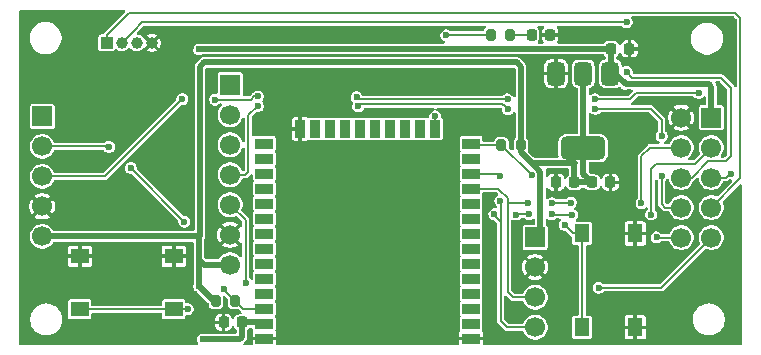
<source format=gbr>
%TF.GenerationSoftware,KiCad,Pcbnew,9.0.6*%
%TF.CreationDate,2025-12-21T22:24:18+01:00*%
%TF.ProjectId,drone_v2,64726f6e-655f-4763-922e-6b696361645f,rev?*%
%TF.SameCoordinates,Original*%
%TF.FileFunction,Copper,L2,Bot*%
%TF.FilePolarity,Positive*%
%FSLAX46Y46*%
G04 Gerber Fmt 4.6, Leading zero omitted, Abs format (unit mm)*
G04 Created by KiCad (PCBNEW 9.0.6) date 2025-12-21 22:24:18*
%MOMM*%
%LPD*%
G01*
G04 APERTURE LIST*
G04 Aperture macros list*
%AMRoundRect*
0 Rectangle with rounded corners*
0 $1 Rounding radius*
0 $2 $3 $4 $5 $6 $7 $8 $9 X,Y pos of 4 corners*
0 Add a 4 corners polygon primitive as box body*
4,1,4,$2,$3,$4,$5,$6,$7,$8,$9,$2,$3,0*
0 Add four circle primitives for the rounded corners*
1,1,$1+$1,$2,$3*
1,1,$1+$1,$4,$5*
1,1,$1+$1,$6,$7*
1,1,$1+$1,$8,$9*
0 Add four rect primitives between the rounded corners*
20,1,$1+$1,$2,$3,$4,$5,0*
20,1,$1+$1,$4,$5,$6,$7,0*
20,1,$1+$1,$6,$7,$8,$9,0*
20,1,$1+$1,$8,$9,$2,$3,0*%
G04 Aperture macros list end*
%TA.AperFunction,SMDPad,CuDef*%
%ADD10RoundRect,0.218750X0.218750X0.256250X-0.218750X0.256250X-0.218750X-0.256250X0.218750X-0.256250X0*%
%TD*%
%TA.AperFunction,SMDPad,CuDef*%
%ADD11RoundRect,0.200000X-0.200000X-0.275000X0.200000X-0.275000X0.200000X0.275000X-0.200000X0.275000X0*%
%TD*%
%TA.AperFunction,ComponentPad*%
%ADD12R,1.700000X1.700000*%
%TD*%
%TA.AperFunction,ComponentPad*%
%ADD13C,1.700000*%
%TD*%
%TA.AperFunction,SMDPad,CuDef*%
%ADD14R,1.550000X1.300000*%
%TD*%
%TA.AperFunction,SMDPad,CuDef*%
%ADD15RoundRect,0.225000X0.225000X0.250000X-0.225000X0.250000X-0.225000X-0.250000X0.225000X-0.250000X0*%
%TD*%
%TA.AperFunction,SMDPad,CuDef*%
%ADD16R,1.300000X1.550000*%
%TD*%
%TA.AperFunction,SMDPad,CuDef*%
%ADD17RoundRect,0.225000X-0.225000X-0.250000X0.225000X-0.250000X0.225000X0.250000X-0.225000X0.250000X0*%
%TD*%
%TA.AperFunction,SMDPad,CuDef*%
%ADD18RoundRect,0.375000X-0.375000X0.625000X-0.375000X-0.625000X0.375000X-0.625000X0.375000X0.625000X0*%
%TD*%
%TA.AperFunction,SMDPad,CuDef*%
%ADD19RoundRect,0.500000X-1.400000X0.500000X-1.400000X-0.500000X1.400000X-0.500000X1.400000X0.500000X0*%
%TD*%
%TA.AperFunction,SMDPad,CuDef*%
%ADD20R,1.500000X0.900000*%
%TD*%
%TA.AperFunction,SMDPad,CuDef*%
%ADD21R,0.900000X1.500000*%
%TD*%
%TA.AperFunction,HeatsinkPad*%
%ADD22R,0.900000X0.900000*%
%TD*%
%TA.AperFunction,HeatsinkPad*%
%ADD23C,0.600000*%
%TD*%
%TA.AperFunction,ComponentPad*%
%ADD24R,1.000000X1.000000*%
%TD*%
%TA.AperFunction,ComponentPad*%
%ADD25C,1.000000*%
%TD*%
%TA.AperFunction,ViaPad*%
%ADD26C,0.600000*%
%TD*%
%TA.AperFunction,Conductor*%
%ADD27C,0.200000*%
%TD*%
%TA.AperFunction,Conductor*%
%ADD28C,0.500000*%
%TD*%
G04 APERTURE END LIST*
D10*
%TO.P,D1,1,K*%
%TO.N,/G*%
X180812500Y-48150000D03*
%TO.P,D1,2,A*%
%TO.N,Net-(D1-A)*%
X179237500Y-48150000D03*
%TD*%
D11*
%TO.P,R5,1*%
%TO.N,Net-(U1-IO2)*%
X175750000Y-48175000D03*
%TO.P,R5,2*%
%TO.N,Net-(D1-A)*%
X177400000Y-48175000D03*
%TD*%
D12*
%TO.P,J1,1,Pin_1*%
%TO.N,unconnected-(J1-Pin_1-Pad1)*%
X153700000Y-52380000D03*
D13*
%TO.P,J1,2,Pin_2*%
%TO.N,unconnected-(J1-Pin_2-Pad2)*%
X153700000Y-54920000D03*
%TO.P,J1,3,Pin_3*%
%TO.N,unconnected-(J1-Pin_3-Pad3)*%
X153700000Y-57460000D03*
%TO.P,J1,4,Pin_4*%
%TO.N,/R*%
X153700000Y-60000000D03*
%TO.P,J1,5,Pin_5*%
%TO.N,/T*%
X153700000Y-62540000D03*
%TO.P,J1,6,Pin_6*%
%TO.N,/G*%
X153700000Y-65080000D03*
%TO.P,J1,7,Pin_7*%
%TO.N,/3v3*%
X153700000Y-67620000D03*
%TD*%
D12*
%TO.P,J4,1,Pin_1*%
%TO.N,unconnected-(J4-Pin_1-Pad1)*%
X137800000Y-55070000D03*
D13*
%TO.P,J4,2,Pin_2*%
%TO.N,/SDA*%
X137800000Y-57610000D03*
%TO.P,J4,3,Pin_3*%
%TO.N,/SCL*%
X137800000Y-60150000D03*
%TO.P,J4,4,Pin_4*%
%TO.N,/G*%
X137800000Y-62690000D03*
%TO.P,J4,5,Pin_5*%
%TO.N,/3v3*%
X137800000Y-65230000D03*
%TD*%
D14*
%TO.P,SW2,1,1*%
%TO.N,/G*%
X148925000Y-66900000D03*
X140975000Y-66900000D03*
%TO.P,SW2,2,2*%
%TO.N,Net-(U1-EN)*%
X148925000Y-71400000D03*
X140975000Y-71400000D03*
%TD*%
D15*
%TO.P,C4,1*%
%TO.N,/G*%
X187500000Y-49350000D03*
%TO.P,C4,2*%
%TO.N,/5V*%
X185950000Y-49350000D03*
%TD*%
D16*
%TO.P,SW1,1,1*%
%TO.N,Net-(U1-IO0)*%
X183500000Y-64975000D03*
X183500000Y-72925000D03*
%TO.P,SW1,2,2*%
%TO.N,/G*%
X188000000Y-64975000D03*
X188000000Y-72925000D03*
%TD*%
D17*
%TO.P,C7,1*%
%TO.N,/G*%
X181300000Y-60650000D03*
%TO.P,C7,2*%
%TO.N,/3v3*%
X182850000Y-60650000D03*
%TD*%
D18*
%TO.P,U3,1,GND*%
%TO.N,/G*%
X181300000Y-51450000D03*
%TO.P,U3,2,VO*%
%TO.N,/3v3*%
X183600000Y-51450000D03*
D19*
X183600000Y-57750000D03*
D18*
%TO.P,U3,3,VI*%
%TO.N,/5V*%
X185900000Y-51450000D03*
%TD*%
D12*
%TO.P,J6,1,Pin_1*%
%TO.N,/5V*%
X194440000Y-55160000D03*
D13*
%TO.P,J6,2,Pin_2*%
%TO.N,/G*%
X191900000Y-55160000D03*
%TO.P,J6,3,Pin_3*%
%TO.N,/GPIO16*%
X194440000Y-57700000D03*
%TO.P,J6,4,Pin_4*%
%TO.N,/GPIO17*%
X191900000Y-57700000D03*
%TO.P,J6,5,Pin_5*%
%TO.N,/SCL*%
X194440000Y-60240000D03*
%TO.P,J6,6,Pin_6*%
%TO.N,/RX*%
X191900000Y-60240000D03*
%TO.P,J6,7,Pin_7*%
%TO.N,/TX*%
X194440000Y-62780000D03*
%TO.P,J6,8,Pin_8*%
%TO.N,/R*%
X191900000Y-62780000D03*
%TO.P,J6,9,Pin_9*%
%TO.N,/T*%
X194440000Y-65320000D03*
%TO.P,J6,10,Pin_10*%
%TO.N,/SDA*%
X191900000Y-65320000D03*
%TD*%
D20*
%TO.P,U1,1,GND*%
%TO.N,/G*%
X156600000Y-73870000D03*
%TO.P,U1,2,VDD*%
%TO.N,/3v3*%
X156600000Y-72600000D03*
%TO.P,U1,3,EN*%
%TO.N,Net-(U1-EN)*%
X156600000Y-71330000D03*
%TO.P,U1,4,SENSOR_VP*%
%TO.N,unconnected-(U1-SENSOR_VP-Pad4)*%
X156600000Y-70060000D03*
%TO.P,U1,5,SENSOR_VN*%
%TO.N,unconnected-(U1-SENSOR_VN-Pad5)*%
X156600000Y-68790000D03*
%TO.P,U1,6,IO34*%
%TO.N,unconnected-(U1-IO34-Pad6)*%
X156600000Y-67520000D03*
%TO.P,U1,7,IO35*%
%TO.N,unconnected-(U1-IO35-Pad7)*%
X156600000Y-66250000D03*
%TO.P,U1,8,IO32*%
%TO.N,unconnected-(U1-IO32-Pad8)*%
X156600000Y-64980000D03*
%TO.P,U1,9,IO33*%
%TO.N,unconnected-(U1-IO33-Pad9)*%
X156600000Y-63710000D03*
%TO.P,U1,10,IO25*%
%TO.N,unconnected-(U1-IO25-Pad10)*%
X156600000Y-62440000D03*
%TO.P,U1,11,IO26*%
%TO.N,unconnected-(U1-IO26-Pad11)*%
X156600000Y-61170000D03*
%TO.P,U1,12,IO27*%
%TO.N,unconnected-(U1-IO27-Pad12)*%
X156600000Y-59900000D03*
%TO.P,U1,13,IO14*%
%TO.N,unconnected-(U1-IO14-Pad13)*%
X156600000Y-58630000D03*
%TO.P,U1,14,IO12*%
%TO.N,unconnected-(U1-IO12-Pad14)*%
X156600000Y-57360000D03*
D21*
%TO.P,U1,15,GND*%
%TO.N,/G*%
X159635000Y-56110000D03*
%TO.P,U1,16,IO13*%
%TO.N,unconnected-(U1-IO13-Pad16)*%
X160905000Y-56110000D03*
%TO.P,U1,17,NC*%
%TO.N,unconnected-(U1-NC-Pad17)*%
X162175000Y-56110000D03*
%TO.P,U1,18,NC*%
%TO.N,unconnected-(U1-NC-Pad18)*%
X163445000Y-56110000D03*
%TO.P,U1,19,NC*%
%TO.N,unconnected-(U1-NC-Pad19)*%
X164715000Y-56110000D03*
%TO.P,U1,20,NC*%
%TO.N,unconnected-(U1-NC-Pad20)*%
X165985000Y-56110000D03*
%TO.P,U1,21,NC*%
%TO.N,unconnected-(U1-NC-Pad21)*%
X167255000Y-56110000D03*
%TO.P,U1,22,NC*%
%TO.N,unconnected-(U1-NC-Pad22)*%
X168525000Y-56110000D03*
%TO.P,U1,23,IO15*%
%TO.N,unconnected-(U1-IO15-Pad23)*%
X169795000Y-56110000D03*
%TO.P,U1,24,IO2*%
%TO.N,Net-(U1-IO2)*%
X171065000Y-56110000D03*
D20*
%TO.P,U1,25,IO0*%
%TO.N,Net-(U1-IO0)*%
X174100000Y-57360000D03*
%TO.P,U1,26,IO4*%
%TO.N,unconnected-(U1-IO4-Pad26)*%
X174100000Y-58630000D03*
%TO.P,U1,27,IO16*%
%TO.N,/GPIO16*%
X174100000Y-59900000D03*
%TO.P,U1,28,IO17*%
%TO.N,/GPIO17*%
X174100000Y-61170000D03*
%TO.P,U1,29,IO5*%
%TO.N,unconnected-(U1-IO5-Pad29)*%
X174100000Y-62440000D03*
%TO.P,U1,30,IO18*%
%TO.N,unconnected-(U1-IO18-Pad30)*%
X174100000Y-63710000D03*
%TO.P,U1,31,IO19*%
%TO.N,unconnected-(U1-IO19-Pad31)*%
X174100000Y-64980000D03*
%TO.P,U1,32,NC*%
%TO.N,unconnected-(U1-NC-Pad32)*%
X174100000Y-66250000D03*
%TO.P,U1,33,IO21*%
%TO.N,unconnected-(U1-IO21-Pad33)*%
X174100000Y-67520000D03*
%TO.P,U1,34,RXD0/IO3*%
%TO.N,unconnected-(U1-RXD0{slash}IO3-Pad34)*%
X174100000Y-68790000D03*
%TO.P,U1,35,TXD0/IO1*%
%TO.N,unconnected-(U1-TXD0{slash}IO1-Pad35)*%
X174100000Y-70060000D03*
%TO.P,U1,36,IO22*%
%TO.N,unconnected-(U1-IO22-Pad36)*%
X174100000Y-71330000D03*
%TO.P,U1,37,IO23*%
%TO.N,unconnected-(U1-IO23-Pad37)*%
X174100000Y-72600000D03*
%TO.P,U1,38,GND*%
%TO.N,/G*%
X174100000Y-73870000D03*
D22*
%TO.P,U1,39,GND*%
X162450000Y-64750000D03*
D23*
X162450000Y-65450000D03*
D22*
X162450000Y-66150000D03*
D23*
X162450000Y-66850000D03*
D22*
X162450000Y-67550000D03*
D23*
X163150000Y-64750000D03*
X163150000Y-66150000D03*
X163150000Y-67550000D03*
D22*
X163850000Y-64750000D03*
D23*
X163850000Y-65450000D03*
D22*
X163850000Y-66150000D03*
D23*
X163850000Y-66850000D03*
D22*
X163850000Y-67550000D03*
D23*
X164550000Y-64750000D03*
X164550000Y-66150000D03*
X164550000Y-67550000D03*
D22*
X165250000Y-64750000D03*
D23*
X165250000Y-65450000D03*
D22*
X165250000Y-66150000D03*
D23*
X165250000Y-66850000D03*
D22*
X165250000Y-67550000D03*
%TD*%
D17*
%TO.P,C6,1*%
%TO.N,/G*%
X153150000Y-72500000D03*
%TO.P,C6,2*%
%TO.N,/3v3*%
X154700000Y-72500000D03*
%TD*%
D15*
%TO.P,C5,1*%
%TO.N,/G*%
X185900000Y-60650000D03*
%TO.P,C5,2*%
%TO.N,/3v3*%
X184350000Y-60650000D03*
%TD*%
D11*
%TO.P,R1,1*%
%TO.N,/3v3*%
X152475000Y-70700000D03*
%TO.P,R1,2*%
%TO.N,Net-(U1-EN)*%
X154125000Y-70700000D03*
%TD*%
D24*
%TO.P,J3,1,Pin_1*%
%TO.N,/TX*%
X143250000Y-48825000D03*
D25*
%TO.P,J3,2,Pin_2*%
%TO.N,/RX*%
X144520000Y-48825000D03*
%TO.P,J3,3,Pin_3*%
%TO.N,/5V*%
X145790000Y-48825000D03*
%TO.P,J3,4,Pin_4*%
%TO.N,/G*%
X147060000Y-48825000D03*
%TD*%
D11*
%TO.P,R2,1*%
%TO.N,Net-(U1-IO0)*%
X176675000Y-57500000D03*
%TO.P,R2,2*%
%TO.N,/3v3*%
X178325000Y-57500000D03*
%TD*%
D12*
%TO.P,J5,1,Pin_1*%
%TO.N,/3v3*%
X179525000Y-65300000D03*
D13*
%TO.P,J5,2,Pin_2*%
%TO.N,/G*%
X179525000Y-67840000D03*
%TO.P,J5,3,Pin_3*%
%TO.N,/GPIO17*%
X179525000Y-70380000D03*
%TO.P,J5,4,Pin_4*%
%TO.N,/GPIO16*%
X179525000Y-72920000D03*
%TD*%
D26*
%TO.N,Net-(U1-IO2)*%
X172000000Y-48200000D03*
%TO.N,/RX*%
X187275000Y-51300000D03*
%TO.N,/3v3*%
X151400000Y-73950000D03*
X151070000Y-69420000D03*
%TO.N,/GPIO16*%
X177925000Y-63375000D03*
X176575735Y-60125735D03*
X176075000Y-63350000D03*
X182675000Y-63400000D03*
X176575735Y-62224265D03*
X180925000Y-63350000D03*
X179000000Y-63350000D03*
X189350000Y-63375000D03*
%TO.N,/GPIO17*%
X182555925Y-62370559D03*
X180950000Y-62425000D03*
X178950000Y-62425000D03*
X188525000Y-62400000D03*
%TO.N,/R*%
X184630042Y-54423106D03*
X190250000Y-56725000D03*
X156050000Y-54175000D03*
X190225000Y-60100000D03*
X177225000Y-54450000D03*
X164548640Y-54225000D03*
%TO.N,/SCL*%
X164418862Y-53435595D03*
X196100000Y-59900000D03*
X152425000Y-53650000D03*
X184575000Y-53625000D03*
X149650000Y-53600000D03*
X156050000Y-53374997D03*
X193375000Y-53075000D03*
X177200000Y-53625000D03*
%TO.N,/SDA*%
X189800000Y-65300000D03*
X145300000Y-59425000D03*
X143450000Y-57650000D03*
X149825000Y-63975000D03*
%TO.N,/T*%
X155025000Y-69175000D03*
X184900000Y-69575000D03*
%TO.N,Net-(U1-EN)*%
X150100000Y-71375000D03*
X153200000Y-69650000D03*
%TO.N,Net-(U1-IO0)*%
X182025000Y-64250000D03*
X179225000Y-60067831D03*
%TO.N,Net-(U1-IO2)*%
X171075000Y-55050000D03*
%TO.N,/5V*%
X151075000Y-49400000D03*
%TO.N,/RX*%
X187275000Y-47075000D03*
%TD*%
D27*
%TO.N,Net-(U1-IO2)*%
X172025000Y-48175000D02*
X172000000Y-48200000D01*
X175750000Y-48175000D02*
X172025000Y-48175000D01*
%TO.N,Net-(D1-A)*%
X179212500Y-48175000D02*
X179237500Y-48150000D01*
X177400000Y-48175000D02*
X179212500Y-48175000D01*
%TO.N,/TX*%
X143250000Y-48175000D02*
X143250000Y-48825000D01*
X145150000Y-46275000D02*
X143250000Y-48175000D01*
X196475000Y-46275000D02*
X145150000Y-46275000D01*
X196900000Y-46700000D02*
X196475000Y-46275000D01*
X196900000Y-60320000D02*
X196900000Y-46700000D01*
X194440000Y-62780000D02*
X196900000Y-60320000D01*
%TO.N,/RX*%
X195248000Y-51773000D02*
X196100000Y-52625000D01*
X187748000Y-51773000D02*
X195248000Y-51773000D01*
X187275000Y-51300000D02*
X187748000Y-51773000D01*
X196100000Y-52625000D02*
X196100000Y-58400000D01*
D28*
%TO.N,/5V*%
X187175000Y-52350000D02*
X186275000Y-51450000D01*
X187201000Y-52324000D02*
X187175000Y-52350000D01*
X194224000Y-52324000D02*
X187201000Y-52324000D01*
X186275000Y-51450000D02*
X185900000Y-51450000D01*
X194440000Y-52540000D02*
X194224000Y-52324000D01*
%TO.N,/3v3*%
X179975000Y-64850000D02*
X179975000Y-59750000D01*
X178325000Y-50875000D02*
X178325000Y-57500000D01*
X182875000Y-59000000D02*
X179225000Y-59000000D01*
X154500000Y-73950000D02*
X151400000Y-73950000D01*
X151150000Y-50850000D02*
X151500000Y-50500000D01*
X151500000Y-50500000D02*
X177950000Y-50500000D01*
X154700000Y-72500000D02*
X156500000Y-72500000D01*
X177950000Y-50500000D02*
X178325000Y-50875000D01*
X179225000Y-59000000D02*
X179975000Y-59750000D01*
X156500000Y-72500000D02*
X156600000Y-72600000D01*
X151150000Y-65150000D02*
X151150000Y-50850000D01*
X184350000Y-60650000D02*
X182850000Y-60650000D01*
X151070000Y-67220000D02*
X151070000Y-65230000D01*
X179525000Y-65300000D02*
X179975000Y-64850000D01*
X153700000Y-67620000D02*
X151470000Y-67620000D01*
X183600000Y-57750000D02*
X183600000Y-59900000D01*
X182850000Y-60650000D02*
X182850000Y-59025000D01*
X151070000Y-69420000D02*
X151070000Y-67220000D01*
X151070000Y-65230000D02*
X151150000Y-65150000D01*
X178325000Y-58100000D02*
X179225000Y-59000000D01*
X152350000Y-70700000D02*
X151070000Y-69420000D01*
X182850000Y-59025000D02*
X182875000Y-59000000D01*
X137800000Y-65230000D02*
X151070000Y-65230000D01*
X151470000Y-67620000D02*
X151070000Y-67220000D01*
X183600000Y-59900000D02*
X184350000Y-60650000D01*
X154700000Y-72500000D02*
X154700000Y-73750000D01*
X152475000Y-70700000D02*
X152350000Y-70700000D01*
X154700000Y-73750000D02*
X154500000Y-73950000D01*
X183600000Y-57750000D02*
X183600000Y-51450000D01*
X178325000Y-57500000D02*
X178325000Y-58100000D01*
D27*
%TO.N,/GPIO16*%
X176575735Y-60125735D02*
X176350000Y-59900000D01*
X176600000Y-63975000D02*
X176600000Y-62248530D01*
X193051000Y-59089000D02*
X189761000Y-59089000D01*
X176600000Y-72350000D02*
X176600000Y-63975000D01*
X177170000Y-72920000D02*
X176600000Y-72350000D01*
X176075000Y-63450000D02*
X176600000Y-63975000D01*
X177950000Y-63350000D02*
X177925000Y-63375000D01*
X176350000Y-59900000D02*
X174100000Y-59900000D01*
X176075000Y-63350000D02*
X176075000Y-63450000D01*
X180975000Y-63400000D02*
X180925000Y-63350000D01*
X189350000Y-59500000D02*
X189761000Y-59089000D01*
X179525000Y-72920000D02*
X177170000Y-72920000D01*
X189350000Y-59500000D02*
X189350000Y-63375000D01*
X193051000Y-59089000D02*
X194440000Y-57700000D01*
X176600000Y-62248530D02*
X176575735Y-62224265D01*
X182675000Y-63400000D02*
X180975000Y-63400000D01*
X179000000Y-63350000D02*
X177950000Y-63350000D01*
%TO.N,/GPIO17*%
X178950000Y-62425000D02*
X177250000Y-62425000D01*
X176370000Y-61170000D02*
X177200000Y-62000000D01*
X181004441Y-62370559D02*
X180950000Y-62425000D01*
X177250000Y-62425000D02*
X177200000Y-62375000D01*
X182555925Y-62370559D02*
X181004441Y-62370559D01*
X177200000Y-69950000D02*
X177200000Y-62375000D01*
X179525000Y-70380000D02*
X177630000Y-70380000D01*
X177630000Y-70380000D02*
X177200000Y-69950000D01*
X177200000Y-62000000D02*
X177200000Y-62375000D01*
X189250000Y-57700000D02*
X188525000Y-58425000D01*
X188525000Y-58425000D02*
X188525000Y-62425000D01*
X191900000Y-57700000D02*
X189250000Y-57700000D01*
X188525000Y-62425000D02*
X188525000Y-62400000D01*
X174100000Y-61170000D02*
X176370000Y-61170000D01*
%TO.N,/R*%
X153700000Y-60000000D02*
X155000000Y-60000000D01*
X189323106Y-54423106D02*
X184630042Y-54423106D01*
X176951057Y-54226000D02*
X177001000Y-54226000D01*
X176751057Y-54026000D02*
X164747640Y-54026000D01*
X190225000Y-62500000D02*
X190505000Y-62780000D01*
X177001000Y-54226000D02*
X177225000Y-54450000D01*
X155000000Y-60000000D02*
X155250000Y-59750000D01*
X190225000Y-62500000D02*
X190225000Y-60100000D01*
X155250000Y-54975000D02*
X156050000Y-54175000D01*
X191900000Y-62780000D02*
X190505000Y-62780000D01*
X155250000Y-59750000D02*
X155250000Y-54975000D01*
X190250000Y-55350000D02*
X189323106Y-54423106D01*
X176751057Y-54026000D02*
X176951057Y-54226000D01*
X164747640Y-54026000D02*
X164548640Y-54225000D01*
X190250000Y-56725000D02*
X190250000Y-55350000D01*
%TO.N,/SCL*%
X137800000Y-60150000D02*
X143100000Y-60150000D01*
X195685000Y-60240000D02*
X196050000Y-59875000D01*
X188100000Y-53075000D02*
X193375000Y-53075000D01*
X177200000Y-53625000D02*
X164450000Y-53625000D01*
X155725003Y-53374997D02*
X155450000Y-53650000D01*
X155450000Y-53650000D02*
X152425000Y-53650000D01*
X184575000Y-53625000D02*
X187550000Y-53625000D01*
X164450000Y-53625000D02*
X164425000Y-53600000D01*
X156050000Y-53374997D02*
X155725003Y-53374997D01*
X194440000Y-60240000D02*
X195685000Y-60240000D01*
X187550000Y-53625000D02*
X188100000Y-53075000D01*
X196050000Y-59875000D02*
X196075000Y-59875000D01*
X164450000Y-53625000D02*
X164450000Y-53466733D01*
X143100000Y-60150000D02*
X149650000Y-53600000D01*
X196075000Y-59875000D02*
X196100000Y-59900000D01*
X164450000Y-53466733D02*
X164418862Y-53435595D01*
%TO.N,/SDA*%
X143135000Y-57610000D02*
X137800000Y-57610000D01*
X145300000Y-59450000D02*
X145300000Y-59425000D01*
X189820000Y-65320000D02*
X189800000Y-65300000D01*
X149825000Y-63975000D02*
X145300000Y-59450000D01*
X143450000Y-57650000D02*
X143175000Y-57650000D01*
X143175000Y-57650000D02*
X143135000Y-57610000D01*
X191900000Y-65320000D02*
X189820000Y-65320000D01*
%TO.N,/T*%
X190185000Y-69575000D02*
X184900000Y-69575000D01*
X155025000Y-63865000D02*
X153700000Y-62540000D01*
X155025000Y-69175000D02*
X155025000Y-63865000D01*
X194440000Y-65320000D02*
X190185000Y-69575000D01*
%TO.N,Net-(U1-EN)*%
X154755000Y-71330000D02*
X156600000Y-71330000D01*
X153200000Y-69650000D02*
X153200000Y-69775000D01*
X154125000Y-70700000D02*
X154755000Y-71330000D01*
X153200000Y-69775000D02*
X154125000Y-70700000D01*
X148925000Y-71400000D02*
X150075000Y-71400000D01*
X150075000Y-71400000D02*
X150100000Y-71375000D01*
X140975000Y-71400000D02*
X148925000Y-71400000D01*
%TO.N,Net-(U1-IO0)*%
X182750000Y-64975000D02*
X182025000Y-64250000D01*
X183500000Y-64975000D02*
X182750000Y-64975000D01*
X183500000Y-64975000D02*
X183500000Y-72925000D01*
X174240000Y-57500000D02*
X176675000Y-57500000D01*
X179225000Y-60050000D02*
X176675000Y-57500000D01*
X174240000Y-57500000D02*
X174100000Y-57360000D01*
X179225000Y-60067831D02*
X179225000Y-60050000D01*
%TO.N,Net-(U1-IO2)*%
X171065000Y-56110000D02*
X171065000Y-55060000D01*
X171065000Y-55060000D02*
X171075000Y-55050000D01*
D28*
%TO.N,/5V*%
X194440000Y-52540000D02*
X194440000Y-55160000D01*
X151075000Y-49350000D02*
X151075000Y-49400000D01*
X185950000Y-51400000D02*
X185900000Y-51450000D01*
X185950000Y-49350000D02*
X151075000Y-49350000D01*
X185950000Y-49350000D02*
X185950000Y-51400000D01*
D27*
%TO.N,/RX*%
X192812240Y-60240000D02*
X191900000Y-60240000D01*
X145525000Y-47800000D02*
X146250000Y-47075000D01*
X195649000Y-58851000D02*
X194201240Y-58851000D01*
X194201240Y-58851000D02*
X192812240Y-60240000D01*
X187275000Y-47075000D02*
X146250000Y-47075000D01*
X145525000Y-47820000D02*
X145525000Y-47800000D01*
X145525000Y-47820000D02*
X144520000Y-48825000D01*
X196100000Y-58400000D02*
X195649000Y-58851000D01*
%TD*%
%TA.AperFunction,Conductor*%
%TO.N,/G*%
G36*
X144742206Y-46045185D02*
G01*
X144787961Y-46097989D01*
X144797905Y-46167147D01*
X144768880Y-46230703D01*
X144762848Y-46237181D01*
X143009541Y-47990487D01*
X143009539Y-47990489D01*
X142993230Y-48018739D01*
X142969979Y-48059011D01*
X142969978Y-48059013D01*
X142967966Y-48062499D01*
X142917399Y-48110715D01*
X142860578Y-48124500D01*
X142730247Y-48124500D01*
X142671770Y-48136131D01*
X142671769Y-48136132D01*
X142605447Y-48180447D01*
X142561132Y-48246769D01*
X142561131Y-48246770D01*
X142549500Y-48305247D01*
X142549500Y-49344752D01*
X142561131Y-49403229D01*
X142561132Y-49403230D01*
X142605447Y-49469552D01*
X142671769Y-49513867D01*
X142671770Y-49513868D01*
X142730247Y-49525499D01*
X142730250Y-49525500D01*
X142730252Y-49525500D01*
X143769750Y-49525500D01*
X143769751Y-49525499D01*
X143784568Y-49522552D01*
X143828229Y-49513868D01*
X143828229Y-49513867D01*
X143828231Y-49513867D01*
X143894552Y-49469552D01*
X143927279Y-49420573D01*
X143980889Y-49375769D01*
X144050213Y-49367060D01*
X144099271Y-49386362D01*
X144188182Y-49445771D01*
X144188195Y-49445778D01*
X144315667Y-49498578D01*
X144315672Y-49498580D01*
X144315676Y-49498580D01*
X144315677Y-49498581D01*
X144451004Y-49525500D01*
X144451007Y-49525500D01*
X144588995Y-49525500D01*
X144680041Y-49507389D01*
X144724328Y-49498580D01*
X144851811Y-49445775D01*
X144966542Y-49369114D01*
X145001548Y-49334108D01*
X145067319Y-49268338D01*
X145128642Y-49234853D01*
X145198334Y-49239837D01*
X145242681Y-49268338D01*
X145343454Y-49369111D01*
X145343458Y-49369114D01*
X145458182Y-49445771D01*
X145458195Y-49445778D01*
X145585667Y-49498578D01*
X145585672Y-49498580D01*
X145585676Y-49498580D01*
X145585677Y-49498581D01*
X145721004Y-49525500D01*
X145721007Y-49525500D01*
X145858995Y-49525500D01*
X145950041Y-49507389D01*
X145994328Y-49498580D01*
X146121811Y-49445775D01*
X146236542Y-49369114D01*
X146331658Y-49273998D01*
X146392981Y-49240513D01*
X146431495Y-49238276D01*
X146434313Y-49238553D01*
X146749810Y-48923057D01*
X146757149Y-48950445D01*
X146799936Y-49024554D01*
X146860446Y-49085064D01*
X146934555Y-49127851D01*
X146961941Y-49135189D01*
X146646443Y-49450687D01*
X146704744Y-49489642D01*
X146841232Y-49546177D01*
X146841240Y-49546179D01*
X146986126Y-49574999D01*
X146986129Y-49575000D01*
X147133871Y-49575000D01*
X147133873Y-49574999D01*
X147278759Y-49546179D01*
X147278767Y-49546177D01*
X147415256Y-49489641D01*
X147415262Y-49489638D01*
X147473555Y-49450687D01*
X147473555Y-49450686D01*
X147158058Y-49135189D01*
X147185445Y-49127851D01*
X147259554Y-49085064D01*
X147320064Y-49024554D01*
X147362851Y-48950445D01*
X147370189Y-48923057D01*
X147685686Y-49238555D01*
X147685687Y-49238555D01*
X147724638Y-49180262D01*
X147724641Y-49180256D01*
X147781177Y-49043767D01*
X147781179Y-49043759D01*
X147809999Y-48898873D01*
X147810000Y-48898871D01*
X147810000Y-48751128D01*
X147809999Y-48751126D01*
X147781179Y-48606240D01*
X147781177Y-48606232D01*
X147724642Y-48469744D01*
X147685687Y-48411443D01*
X147370189Y-48726941D01*
X147362851Y-48699555D01*
X147320064Y-48625446D01*
X147259554Y-48564936D01*
X147185445Y-48522149D01*
X147158057Y-48514810D01*
X147473554Y-48199312D01*
X147415255Y-48160357D01*
X147278767Y-48103822D01*
X147278759Y-48103820D01*
X147133872Y-48075000D01*
X146986128Y-48075000D01*
X146841240Y-48103820D01*
X146841232Y-48103822D01*
X146704743Y-48160358D01*
X146646444Y-48199312D01*
X146646443Y-48199312D01*
X146961942Y-48514810D01*
X146934555Y-48522149D01*
X146860446Y-48564936D01*
X146799936Y-48625446D01*
X146757149Y-48699555D01*
X146749810Y-48726941D01*
X146434312Y-48411443D01*
X146431491Y-48411721D01*
X146429797Y-48411399D01*
X146428183Y-48412002D01*
X146395606Y-48404915D01*
X146362845Y-48398702D01*
X146361055Y-48397399D01*
X146359910Y-48397150D01*
X146331656Y-48375999D01*
X146236545Y-48280888D01*
X146236541Y-48280885D01*
X146121817Y-48204228D01*
X146121804Y-48204221D01*
X145994332Y-48151421D01*
X145994323Y-48151419D01*
X145891742Y-48131013D01*
X145829832Y-48098627D01*
X145795258Y-48037911D01*
X145798999Y-47968142D01*
X145828252Y-47921717D01*
X146338152Y-47411819D01*
X146399475Y-47378334D01*
X146425833Y-47375500D01*
X175208745Y-47375500D01*
X175275784Y-47395185D01*
X175321539Y-47447989D01*
X175331483Y-47517147D01*
X175302458Y-47580703D01*
X175296426Y-47587181D01*
X175221954Y-47661652D01*
X175221951Y-47661657D01*
X175221950Y-47661658D01*
X175216556Y-47672244D01*
X175164352Y-47774698D01*
X175161337Y-47783980D01*
X175158825Y-47783163D01*
X175135180Y-47833037D01*
X175075866Y-47869966D01*
X175042640Y-47874500D01*
X172433676Y-47874500D01*
X172366637Y-47854815D01*
X172345995Y-47838181D01*
X172307316Y-47799502D01*
X172307314Y-47799500D01*
X172243367Y-47762580D01*
X172193187Y-47733608D01*
X172129539Y-47716554D01*
X172065892Y-47699500D01*
X171934108Y-47699500D01*
X171806812Y-47733608D01*
X171692686Y-47799500D01*
X171692683Y-47799502D01*
X171599502Y-47892683D01*
X171599500Y-47892686D01*
X171533608Y-48006812D01*
X171507615Y-48103822D01*
X171499500Y-48134108D01*
X171499500Y-48265892D01*
X171503518Y-48280886D01*
X171533608Y-48393187D01*
X171560201Y-48439246D01*
X171599500Y-48507314D01*
X171692686Y-48600500D01*
X171692687Y-48600501D01*
X171692689Y-48600502D01*
X171809794Y-48668113D01*
X171858010Y-48718680D01*
X171871232Y-48787287D01*
X171845264Y-48852152D01*
X171788350Y-48892680D01*
X171747794Y-48899500D01*
X151009108Y-48899500D01*
X150881812Y-48933608D01*
X150767686Y-48999500D01*
X150767683Y-48999502D01*
X150674502Y-49092683D01*
X150674500Y-49092686D01*
X150608608Y-49206812D01*
X150599578Y-49240513D01*
X150574500Y-49334108D01*
X150574500Y-49465892D01*
X150590472Y-49525500D01*
X150608608Y-49593187D01*
X150629890Y-49630048D01*
X150674500Y-49707314D01*
X150767686Y-49800500D01*
X150881814Y-49866392D01*
X151009108Y-49900500D01*
X151009110Y-49900500D01*
X151140890Y-49900500D01*
X151140892Y-49900500D01*
X151268186Y-49866392D01*
X151353546Y-49817108D01*
X151357785Y-49815973D01*
X151359063Y-49815468D01*
X151359985Y-49815383D01*
X151415540Y-49800500D01*
X185274988Y-49800500D01*
X185342027Y-49820185D01*
X185375311Y-49851621D01*
X185376476Y-49853225D01*
X185463181Y-49939930D01*
X185496666Y-50001253D01*
X185499500Y-50027611D01*
X185499500Y-50139146D01*
X185479815Y-50206185D01*
X185427011Y-50251940D01*
X185391687Y-50262085D01*
X185374764Y-50264313D01*
X185374763Y-50264313D01*
X185234770Y-50322300D01*
X185234767Y-50322301D01*
X185234767Y-50322302D01*
X185114549Y-50414549D01*
X185022300Y-50534770D01*
X184964313Y-50674763D01*
X184964313Y-50674764D01*
X184949500Y-50787272D01*
X184949500Y-52112727D01*
X184964313Y-52225235D01*
X184964313Y-52225236D01*
X185005714Y-52325188D01*
X185022302Y-52365233D01*
X185114549Y-52485451D01*
X185234767Y-52577698D01*
X185374764Y-52635687D01*
X185487280Y-52650500D01*
X185487287Y-52650500D01*
X186312713Y-52650500D01*
X186312720Y-52650500D01*
X186425236Y-52635687D01*
X186565233Y-52577698D01*
X186592330Y-52556905D01*
X186657497Y-52531711D01*
X186725942Y-52545748D01*
X186755497Y-52567600D01*
X186814511Y-52626614D01*
X186898386Y-52710489D01*
X186965904Y-52749471D01*
X187001114Y-52769800D01*
X187071233Y-52788587D01*
X187115691Y-52800499D01*
X187115694Y-52800499D01*
X187234306Y-52800499D01*
X187234309Y-52800499D01*
X187315574Y-52778725D01*
X187347666Y-52774500D01*
X187676167Y-52774500D01*
X187743206Y-52794185D01*
X187788961Y-52846989D01*
X187798905Y-52916147D01*
X187769880Y-52979703D01*
X187763848Y-52986181D01*
X187461848Y-53288181D01*
X187400525Y-53321666D01*
X187374167Y-53324500D01*
X185033676Y-53324500D01*
X184966637Y-53304815D01*
X184945995Y-53288181D01*
X184882316Y-53224502D01*
X184882314Y-53224500D01*
X184808375Y-53181811D01*
X184768187Y-53158608D01*
X184702068Y-53140892D01*
X184640892Y-53124500D01*
X184509108Y-53124500D01*
X184381812Y-53158608D01*
X184267686Y-53224500D01*
X184267683Y-53224502D01*
X184262181Y-53230005D01*
X184200858Y-53263490D01*
X184131166Y-53258506D01*
X184075233Y-53216634D01*
X184050816Y-53151170D01*
X184050500Y-53142324D01*
X184050500Y-52749497D01*
X184070185Y-52682458D01*
X184122989Y-52636703D01*
X184127027Y-52634945D01*
X184265228Y-52577700D01*
X184265229Y-52577700D01*
X184265229Y-52577699D01*
X184265233Y-52577698D01*
X184385451Y-52485451D01*
X184477698Y-52365233D01*
X184535687Y-52225236D01*
X184550500Y-52112720D01*
X184550500Y-50787280D01*
X184535687Y-50674764D01*
X184477698Y-50534767D01*
X184385451Y-50414549D01*
X184265233Y-50322302D01*
X184265229Y-50322300D01*
X184201801Y-50296027D01*
X184125236Y-50264313D01*
X184100497Y-50261056D01*
X184012727Y-50249500D01*
X184012720Y-50249500D01*
X183187280Y-50249500D01*
X183187272Y-50249500D01*
X183074764Y-50264313D01*
X183074763Y-50264313D01*
X182934770Y-50322300D01*
X182934767Y-50322301D01*
X182934767Y-50322302D01*
X182814549Y-50414549D01*
X182722300Y-50534770D01*
X182664313Y-50674763D01*
X182664313Y-50674764D01*
X182649500Y-50787272D01*
X182649500Y-52112727D01*
X182664313Y-52225235D01*
X182664313Y-52225236D01*
X182705714Y-52325188D01*
X182722302Y-52365233D01*
X182814549Y-52485451D01*
X182934767Y-52577698D01*
X182934770Y-52577699D01*
X182934771Y-52577700D01*
X182995271Y-52602759D01*
X183072953Y-52634936D01*
X183127356Y-52678776D01*
X183149421Y-52745071D01*
X183149500Y-52749497D01*
X183149500Y-56425500D01*
X183129815Y-56492539D01*
X183077011Y-56538294D01*
X183025500Y-56549500D01*
X182143384Y-56549500D01*
X182124145Y-56551248D01*
X182072807Y-56555913D01*
X181910393Y-56606522D01*
X181764811Y-56694530D01*
X181644530Y-56814811D01*
X181556522Y-56960393D01*
X181505913Y-57122807D01*
X181501160Y-57175119D01*
X181499500Y-57193384D01*
X181499500Y-58306616D01*
X181505914Y-58377196D01*
X181509471Y-58388611D01*
X181510623Y-58458468D01*
X181473823Y-58517861D01*
X181410755Y-58547930D01*
X181391086Y-58549500D01*
X179462965Y-58549500D01*
X179395926Y-58529815D01*
X179375284Y-58513181D01*
X178924313Y-58062210D01*
X178890828Y-58000887D01*
X178895812Y-57931195D01*
X178901507Y-57918240D01*
X178910646Y-57900304D01*
X178910646Y-57900301D01*
X178910647Y-57900301D01*
X178922946Y-57822643D01*
X178925500Y-57806519D01*
X178925499Y-57193482D01*
X178910646Y-57099696D01*
X178853050Y-56986658D01*
X178853046Y-56986654D01*
X178853045Y-56986652D01*
X178811819Y-56945426D01*
X178778334Y-56884103D01*
X178775500Y-56857745D01*
X178775500Y-52138118D01*
X180300000Y-52138118D01*
X180302788Y-52173547D01*
X180302789Y-52173553D01*
X180346843Y-52325185D01*
X180346844Y-52325188D01*
X180427226Y-52461108D01*
X180427232Y-52461116D01*
X180538883Y-52572767D01*
X180538891Y-52572773D01*
X180674811Y-52653155D01*
X180674814Y-52653156D01*
X180826446Y-52697210D01*
X180826452Y-52697211D01*
X180861881Y-52699999D01*
X180861894Y-52700000D01*
X181150000Y-52700000D01*
X181450000Y-52700000D01*
X181738106Y-52700000D01*
X181738118Y-52699999D01*
X181773547Y-52697211D01*
X181773553Y-52697210D01*
X181925185Y-52653156D01*
X181925188Y-52653155D01*
X182061108Y-52572773D01*
X182061116Y-52572767D01*
X182172767Y-52461116D01*
X182172773Y-52461108D01*
X182253155Y-52325188D01*
X182253156Y-52325185D01*
X182297210Y-52173553D01*
X182297211Y-52173547D01*
X182299999Y-52138118D01*
X182300000Y-52138105D01*
X182300000Y-51600000D01*
X181450000Y-51600000D01*
X181450000Y-52700000D01*
X181150000Y-52700000D01*
X181150000Y-51600000D01*
X180300000Y-51600000D01*
X180300000Y-52138118D01*
X178775500Y-52138118D01*
X178775500Y-50815693D01*
X178775500Y-50815691D01*
X178761082Y-50761881D01*
X180300000Y-50761881D01*
X180300000Y-51300000D01*
X181150000Y-51300000D01*
X181450000Y-51300000D01*
X182300000Y-51300000D01*
X182300000Y-50761894D01*
X182299999Y-50761881D01*
X182297211Y-50726452D01*
X182297210Y-50726446D01*
X182253156Y-50574814D01*
X182253155Y-50574811D01*
X182172773Y-50438891D01*
X182172767Y-50438883D01*
X182061116Y-50327232D01*
X182061108Y-50327226D01*
X181925188Y-50246844D01*
X181925185Y-50246843D01*
X181773553Y-50202789D01*
X181773547Y-50202788D01*
X181738118Y-50200000D01*
X181450000Y-50200000D01*
X181450000Y-51300000D01*
X181150000Y-51300000D01*
X181150000Y-50200000D01*
X180861881Y-50200000D01*
X180826452Y-50202788D01*
X180826446Y-50202789D01*
X180674814Y-50246843D01*
X180674811Y-50246844D01*
X180538891Y-50327226D01*
X180538883Y-50327232D01*
X180427232Y-50438883D01*
X180427226Y-50438891D01*
X180346844Y-50574811D01*
X180346843Y-50574814D01*
X180302789Y-50726446D01*
X180302788Y-50726452D01*
X180300000Y-50761881D01*
X178761082Y-50761881D01*
X178744799Y-50701114D01*
X178744799Y-50701113D01*
X178685489Y-50598386D01*
X178226614Y-50139511D01*
X178175250Y-50109856D01*
X178123888Y-50080201D01*
X178111780Y-50076957D01*
X178099673Y-50073713D01*
X178099670Y-50073712D01*
X178061478Y-50063478D01*
X178009309Y-50049500D01*
X151440691Y-50049500D01*
X151350326Y-50073713D01*
X151326113Y-50080201D01*
X151243736Y-50127760D01*
X151243723Y-50127766D01*
X151223392Y-50139505D01*
X151223384Y-50139511D01*
X150789513Y-50573383D01*
X150789509Y-50573389D01*
X150730201Y-50676112D01*
X150730200Y-50676117D01*
X150699500Y-50790691D01*
X150699500Y-64655500D01*
X150679815Y-64722539D01*
X150627011Y-64768294D01*
X150575500Y-64779500D01*
X138828691Y-64779500D01*
X138761652Y-64759815D01*
X138725589Y-64724391D01*
X138615977Y-64560344D01*
X138469657Y-64414024D01*
X138334165Y-64323492D01*
X138297598Y-64299059D01*
X138257172Y-64282314D01*
X138106420Y-64219870D01*
X138106412Y-64219868D01*
X137903469Y-64179500D01*
X137903465Y-64179500D01*
X137696535Y-64179500D01*
X137696530Y-64179500D01*
X137493587Y-64219868D01*
X137493579Y-64219870D01*
X137302403Y-64299058D01*
X137130342Y-64414024D01*
X136984024Y-64560342D01*
X136869058Y-64732403D01*
X136789870Y-64923579D01*
X136789868Y-64923587D01*
X136749500Y-65126530D01*
X136749500Y-65333469D01*
X136789868Y-65536412D01*
X136789870Y-65536420D01*
X136866644Y-65721769D01*
X136869059Y-65727598D01*
X136894980Y-65766392D01*
X136984024Y-65899657D01*
X137130342Y-66045975D01*
X137130345Y-66045977D01*
X137302402Y-66160941D01*
X137493580Y-66240130D01*
X137661796Y-66273590D01*
X137696530Y-66280499D01*
X137696534Y-66280500D01*
X137696535Y-66280500D01*
X137903466Y-66280500D01*
X137903467Y-66280499D01*
X138106420Y-66240130D01*
X138142051Y-66225371D01*
X139950000Y-66225371D01*
X139950000Y-66750000D01*
X140825000Y-66750000D01*
X141125000Y-66750000D01*
X142000000Y-66750000D01*
X142000000Y-66225373D01*
X141999999Y-66225371D01*
X147900000Y-66225371D01*
X147900000Y-66750000D01*
X148775000Y-66750000D01*
X149075000Y-66750000D01*
X149950000Y-66750000D01*
X149950000Y-66225373D01*
X149949999Y-66225371D01*
X149935496Y-66152459D01*
X149935494Y-66152455D01*
X149880239Y-66069760D01*
X149797544Y-66014505D01*
X149797540Y-66014503D01*
X149724627Y-66000000D01*
X149075000Y-66000000D01*
X149075000Y-66750000D01*
X148775000Y-66750000D01*
X148775000Y-66000000D01*
X148125373Y-66000000D01*
X148052459Y-66014503D01*
X148052455Y-66014505D01*
X147969760Y-66069760D01*
X147914505Y-66152455D01*
X147914503Y-66152459D01*
X147900000Y-66225371D01*
X141999999Y-66225371D01*
X141985496Y-66152459D01*
X141985494Y-66152455D01*
X141930239Y-66069760D01*
X141847544Y-66014505D01*
X141847540Y-66014503D01*
X141774627Y-66000000D01*
X141125000Y-66000000D01*
X141125000Y-66750000D01*
X140825000Y-66750000D01*
X140825000Y-66000000D01*
X140175373Y-66000000D01*
X140102459Y-66014503D01*
X140102455Y-66014505D01*
X140019760Y-66069760D01*
X139964505Y-66152455D01*
X139964503Y-66152459D01*
X139950000Y-66225371D01*
X138142051Y-66225371D01*
X138297598Y-66160941D01*
X138469655Y-66045977D01*
X138615977Y-65899655D01*
X138663701Y-65828231D01*
X138725589Y-65735609D01*
X138779201Y-65690804D01*
X138828691Y-65680500D01*
X150495500Y-65680500D01*
X150562539Y-65700185D01*
X150608294Y-65752989D01*
X150619500Y-65804500D01*
X150619500Y-69166062D01*
X150605383Y-69218751D01*
X150606719Y-69219304D01*
X150603608Y-69226814D01*
X150569500Y-69354108D01*
X150569500Y-69485892D01*
X150571644Y-69493892D01*
X150603608Y-69613187D01*
X150636554Y-69670250D01*
X150669500Y-69727314D01*
X150762686Y-69820500D01*
X150876814Y-69886392D01*
X150876816Y-69886392D01*
X150884326Y-69889504D01*
X150883771Y-69890841D01*
X150931010Y-69918113D01*
X151838181Y-70825284D01*
X151871666Y-70886607D01*
X151874500Y-70912964D01*
X151874500Y-71006517D01*
X151881333Y-71049657D01*
X151889354Y-71100304D01*
X151946950Y-71213342D01*
X151946952Y-71213344D01*
X151946954Y-71213347D01*
X152036652Y-71303045D01*
X152036654Y-71303046D01*
X152036658Y-71303050D01*
X152149694Y-71360645D01*
X152149698Y-71360647D01*
X152243475Y-71375499D01*
X152243481Y-71375500D01*
X152706518Y-71375499D01*
X152800304Y-71360646D01*
X152913342Y-71303050D01*
X153003050Y-71213342D01*
X153060646Y-71100304D01*
X153060646Y-71100302D01*
X153060647Y-71100301D01*
X153075499Y-71006524D01*
X153075500Y-71006519D01*
X153075499Y-70393482D01*
X153075353Y-70392560D01*
X153075398Y-70392205D01*
X153075117Y-70388620D01*
X153075869Y-70388560D01*
X153084306Y-70323267D01*
X153129300Y-70269814D01*
X153196051Y-70249172D01*
X153263366Y-70267895D01*
X153285507Y-70285478D01*
X153488181Y-70488152D01*
X153521666Y-70549475D01*
X153524500Y-70575833D01*
X153524500Y-71006517D01*
X153531333Y-71049657D01*
X153539354Y-71100304D01*
X153596950Y-71213342D01*
X153596952Y-71213344D01*
X153596954Y-71213347D01*
X153686652Y-71303045D01*
X153686654Y-71303046D01*
X153686658Y-71303050D01*
X153799694Y-71360645D01*
X153799698Y-71360647D01*
X153893475Y-71375499D01*
X153893481Y-71375500D01*
X154324166Y-71375499D01*
X154391205Y-71395183D01*
X154411847Y-71411818D01*
X154570489Y-71570460D01*
X154583329Y-71577873D01*
X154609725Y-71593114D01*
X154657940Y-71643681D01*
X154671162Y-71712288D01*
X154645194Y-71777153D01*
X154588279Y-71817681D01*
X154547724Y-71824500D01*
X154441507Y-71824500D01*
X154341878Y-71840279D01*
X154221778Y-71901473D01*
X154221774Y-71901476D01*
X154126476Y-71996774D01*
X154126473Y-71996778D01*
X154126472Y-71996780D01*
X154065281Y-72116874D01*
X154065280Y-72116876D01*
X154060851Y-72125570D01*
X154058579Y-72124412D01*
X154027233Y-72170241D01*
X153962871Y-72197431D01*
X153894026Y-72185507D01*
X153842557Y-72138256D01*
X153832571Y-72117570D01*
X153796186Y-72020018D01*
X153796184Y-72020015D01*
X153714329Y-71910670D01*
X153604984Y-71828815D01*
X153604983Y-71828814D01*
X153477010Y-71781083D01*
X153420428Y-71775000D01*
X153300000Y-71775000D01*
X153300000Y-73224999D01*
X153420433Y-73224999D01*
X153420439Y-73224998D01*
X153477007Y-73218918D01*
X153604981Y-73171186D01*
X153604984Y-73171184D01*
X153714329Y-73089329D01*
X153796184Y-72979984D01*
X153796186Y-72979981D01*
X153832571Y-72882429D01*
X153874442Y-72826495D01*
X153939906Y-72802078D01*
X154008179Y-72816930D01*
X154057585Y-72866335D01*
X154062304Y-72877281D01*
X154065280Y-72883122D01*
X154065281Y-72883126D01*
X154126472Y-73003220D01*
X154126473Y-73003221D01*
X154126476Y-73003225D01*
X154213181Y-73089930D01*
X154246666Y-73151253D01*
X154249500Y-73177611D01*
X154249500Y-73375500D01*
X154229815Y-73442539D01*
X154177011Y-73488294D01*
X154125500Y-73499500D01*
X151653937Y-73499500D01*
X151601249Y-73485381D01*
X151600696Y-73486719D01*
X151593188Y-73483609D01*
X151593186Y-73483608D01*
X151465892Y-73449500D01*
X151334108Y-73449500D01*
X151206812Y-73483608D01*
X151092686Y-73549500D01*
X151092683Y-73549502D01*
X150999502Y-73642683D01*
X150999500Y-73642686D01*
X150933608Y-73756812D01*
X150899500Y-73884108D01*
X150899500Y-74015891D01*
X150933608Y-74143187D01*
X150957814Y-74185112D01*
X150999500Y-74257314D01*
X150999502Y-74257316D01*
X151003072Y-74263499D01*
X151019545Y-74331399D01*
X150996693Y-74397426D01*
X150941772Y-74440617D01*
X150895685Y-74449500D01*
X135974500Y-74449500D01*
X135907461Y-74429815D01*
X135861706Y-74377011D01*
X135850500Y-74325500D01*
X135850500Y-72143713D01*
X136774500Y-72143713D01*
X136774500Y-72356287D01*
X136807754Y-72566243D01*
X136834968Y-72650000D01*
X136873444Y-72768414D01*
X136969951Y-72957820D01*
X137094890Y-73129786D01*
X137245213Y-73280109D01*
X137417179Y-73405048D01*
X137417181Y-73405049D01*
X137417184Y-73405051D01*
X137606588Y-73501557D01*
X137808757Y-73567246D01*
X138018713Y-73600500D01*
X138018714Y-73600500D01*
X138231286Y-73600500D01*
X138231287Y-73600500D01*
X138441243Y-73567246D01*
X138643412Y-73501557D01*
X138832816Y-73405051D01*
X138946495Y-73322459D01*
X139004786Y-73280109D01*
X139004788Y-73280106D01*
X139004792Y-73280104D01*
X139155104Y-73129792D01*
X139155106Y-73129788D01*
X139155109Y-73129786D01*
X139280048Y-72957820D01*
X139280047Y-72957820D01*
X139280051Y-72957816D01*
X139362786Y-72795439D01*
X152450001Y-72795439D01*
X152456081Y-72852007D01*
X152503813Y-72979981D01*
X152503815Y-72979984D01*
X152585670Y-73089329D01*
X152695015Y-73171184D01*
X152695016Y-73171185D01*
X152822991Y-73218917D01*
X152822994Y-73218918D01*
X152879555Y-73224999D01*
X152999999Y-73224999D01*
X153000000Y-73224998D01*
X153000000Y-72650000D01*
X152450001Y-72650000D01*
X152450001Y-72795439D01*
X139362786Y-72795439D01*
X139376557Y-72768412D01*
X139442246Y-72566243D01*
X139475500Y-72356287D01*
X139475500Y-72143713D01*
X139442246Y-71933757D01*
X139376557Y-71731588D01*
X139280051Y-71542184D01*
X139280049Y-71542181D01*
X139280048Y-71542179D01*
X139155109Y-71370213D01*
X139004786Y-71219890D01*
X138832820Y-71094951D01*
X138643414Y-70998444D01*
X138643413Y-70998443D01*
X138643412Y-70998443D01*
X138441243Y-70932754D01*
X138441241Y-70932753D01*
X138441240Y-70932753D01*
X138279957Y-70907208D01*
X138231287Y-70899500D01*
X138018713Y-70899500D01*
X137970042Y-70907208D01*
X137808760Y-70932753D01*
X137606585Y-70998444D01*
X137417179Y-71094951D01*
X137245213Y-71219890D01*
X137094890Y-71370213D01*
X136969951Y-71542179D01*
X136873444Y-71731585D01*
X136807753Y-71933760D01*
X136776632Y-72130251D01*
X136774500Y-72143713D01*
X135850500Y-72143713D01*
X135850500Y-70730247D01*
X139999500Y-70730247D01*
X139999500Y-72069752D01*
X140011131Y-72128229D01*
X140011132Y-72128230D01*
X140055447Y-72194552D01*
X140121769Y-72238867D01*
X140121770Y-72238868D01*
X140180247Y-72250499D01*
X140180250Y-72250500D01*
X140180252Y-72250500D01*
X141769750Y-72250500D01*
X141769751Y-72250499D01*
X141784568Y-72247552D01*
X141828229Y-72238868D01*
X141828229Y-72238867D01*
X141828231Y-72238867D01*
X141894552Y-72194552D01*
X141938867Y-72128231D01*
X141938867Y-72128229D01*
X141938868Y-72128229D01*
X141950499Y-72069752D01*
X141950500Y-72069750D01*
X141950500Y-71824500D01*
X141970185Y-71757461D01*
X142022989Y-71711706D01*
X142074500Y-71700500D01*
X147825500Y-71700500D01*
X147892539Y-71720185D01*
X147938294Y-71772989D01*
X147949500Y-71824500D01*
X147949500Y-72069752D01*
X147961131Y-72128229D01*
X147961132Y-72128230D01*
X148005447Y-72194552D01*
X148071769Y-72238867D01*
X148071770Y-72238868D01*
X148130247Y-72250499D01*
X148130250Y-72250500D01*
X148130252Y-72250500D01*
X149719750Y-72250500D01*
X149719751Y-72250499D01*
X149734568Y-72247552D01*
X149778229Y-72238868D01*
X149778229Y-72238867D01*
X149778231Y-72238867D01*
X149829558Y-72204571D01*
X152450000Y-72204571D01*
X152450000Y-72350000D01*
X153000000Y-72350000D01*
X153000000Y-71775000D01*
X152879566Y-71775000D01*
X152879559Y-71775001D01*
X152822992Y-71781081D01*
X152695018Y-71828813D01*
X152695015Y-71828815D01*
X152585670Y-71910670D01*
X152503815Y-72020015D01*
X152503814Y-72020016D01*
X152456083Y-72147989D01*
X152450000Y-72204571D01*
X149829558Y-72204571D01*
X149844552Y-72194552D01*
X149888867Y-72128231D01*
X149900500Y-72069748D01*
X149900500Y-71988554D01*
X149902351Y-71977961D01*
X149913249Y-71955884D01*
X149920185Y-71932265D01*
X149928441Y-71925110D01*
X149933280Y-71915310D01*
X149954387Y-71902628D01*
X149972989Y-71886510D01*
X149983940Y-71884872D01*
X149993171Y-71879327D01*
X150016351Y-71880026D01*
X150025981Y-71878587D01*
X150025981Y-71875500D01*
X150165890Y-71875500D01*
X150165892Y-71875500D01*
X150293186Y-71841392D01*
X150407314Y-71775500D01*
X150500500Y-71682314D01*
X150566392Y-71568186D01*
X150600500Y-71440892D01*
X150600500Y-71309108D01*
X150566392Y-71181814D01*
X150500500Y-71067686D01*
X150407314Y-70974500D01*
X150350250Y-70941554D01*
X150293187Y-70908608D01*
X150211076Y-70886607D01*
X150165892Y-70874500D01*
X150034108Y-70874500D01*
X150025981Y-70874500D01*
X150025981Y-70871340D01*
X149971652Y-70862869D01*
X149919395Y-70816490D01*
X149900500Y-70750695D01*
X149900500Y-70730249D01*
X149900499Y-70730247D01*
X149888868Y-70671770D01*
X149888867Y-70671769D01*
X149844552Y-70605447D01*
X149778230Y-70561132D01*
X149778229Y-70561131D01*
X149719752Y-70549500D01*
X149719748Y-70549500D01*
X148130252Y-70549500D01*
X148130247Y-70549500D01*
X148071770Y-70561131D01*
X148071769Y-70561132D01*
X148005447Y-70605447D01*
X147961132Y-70671769D01*
X147961131Y-70671770D01*
X147949500Y-70730247D01*
X147949500Y-70975500D01*
X147929815Y-71042539D01*
X147877011Y-71088294D01*
X147825500Y-71099500D01*
X142074500Y-71099500D01*
X142007461Y-71079815D01*
X141961706Y-71027011D01*
X141950500Y-70975500D01*
X141950500Y-70730249D01*
X141950499Y-70730247D01*
X141938868Y-70671770D01*
X141938867Y-70671769D01*
X141894552Y-70605447D01*
X141828230Y-70561132D01*
X141828229Y-70561131D01*
X141769752Y-70549500D01*
X141769748Y-70549500D01*
X140180252Y-70549500D01*
X140180247Y-70549500D01*
X140121770Y-70561131D01*
X140121769Y-70561132D01*
X140055447Y-70605447D01*
X140011132Y-70671769D01*
X140011131Y-70671770D01*
X139999500Y-70730247D01*
X135850500Y-70730247D01*
X135850500Y-67574628D01*
X139950000Y-67574628D01*
X139964503Y-67647540D01*
X139964505Y-67647544D01*
X140019760Y-67730239D01*
X140102455Y-67785494D01*
X140102459Y-67785496D01*
X140175371Y-67799999D01*
X140175374Y-67800000D01*
X140825000Y-67800000D01*
X141125000Y-67800000D01*
X141774626Y-67800000D01*
X141774628Y-67799999D01*
X141847540Y-67785496D01*
X141847544Y-67785494D01*
X141930239Y-67730239D01*
X141985494Y-67647544D01*
X141985496Y-67647540D01*
X141999999Y-67574628D01*
X147900000Y-67574628D01*
X147914503Y-67647540D01*
X147914505Y-67647544D01*
X147969760Y-67730239D01*
X148052455Y-67785494D01*
X148052459Y-67785496D01*
X148125371Y-67799999D01*
X148125374Y-67800000D01*
X148775000Y-67800000D01*
X149075000Y-67800000D01*
X149724626Y-67800000D01*
X149724628Y-67799999D01*
X149797540Y-67785496D01*
X149797544Y-67785494D01*
X149880239Y-67730239D01*
X149935494Y-67647544D01*
X149935496Y-67647540D01*
X149949999Y-67574628D01*
X149950000Y-67574626D01*
X149950000Y-67050000D01*
X149075000Y-67050000D01*
X149075000Y-67800000D01*
X148775000Y-67800000D01*
X148775000Y-67050000D01*
X147900000Y-67050000D01*
X147900000Y-67574628D01*
X141999999Y-67574628D01*
X142000000Y-67574626D01*
X142000000Y-67050000D01*
X141125000Y-67050000D01*
X141125000Y-67800000D01*
X140825000Y-67800000D01*
X140825000Y-67050000D01*
X139950000Y-67050000D01*
X139950000Y-67574628D01*
X135850500Y-67574628D01*
X135850500Y-62603428D01*
X136700000Y-62603428D01*
X136700000Y-62776571D01*
X136727085Y-62947584D01*
X136780591Y-63112257D01*
X136859198Y-63266528D01*
X136923219Y-63354646D01*
X136923220Y-63354647D01*
X137356329Y-62921538D01*
X137399901Y-62997007D01*
X137492993Y-63090099D01*
X137568460Y-63133670D01*
X137135351Y-63566778D01*
X137135352Y-63566780D01*
X137223471Y-63630801D01*
X137377742Y-63709408D01*
X137542415Y-63762914D01*
X137713429Y-63790000D01*
X137886571Y-63790000D01*
X138057584Y-63762914D01*
X138222257Y-63709408D01*
X138376525Y-63630803D01*
X138464646Y-63566778D01*
X138464647Y-63566778D01*
X138031539Y-63133670D01*
X138107007Y-63090099D01*
X138200099Y-62997007D01*
X138243670Y-62921538D01*
X138676778Y-63354647D01*
X138676778Y-63354646D01*
X138740803Y-63266525D01*
X138819408Y-63112257D01*
X138872914Y-62947584D01*
X138900000Y-62776571D01*
X138900000Y-62603428D01*
X138872914Y-62432415D01*
X138819408Y-62267742D01*
X138740801Y-62113471D01*
X138676780Y-62025352D01*
X138676778Y-62025351D01*
X138243670Y-62458460D01*
X138200099Y-62382993D01*
X138107007Y-62289901D01*
X138031538Y-62246329D01*
X138464647Y-61813220D01*
X138464646Y-61813219D01*
X138376528Y-61749198D01*
X138222257Y-61670591D01*
X138057584Y-61617085D01*
X137886571Y-61590000D01*
X137713429Y-61590000D01*
X137542415Y-61617085D01*
X137377742Y-61670591D01*
X137223478Y-61749194D01*
X137135352Y-61813220D01*
X137568461Y-62246329D01*
X137492993Y-62289901D01*
X137399901Y-62382993D01*
X137356329Y-62458461D01*
X136923220Y-62025352D01*
X136859194Y-62113478D01*
X136780591Y-62267742D01*
X136727085Y-62432415D01*
X136700000Y-62603428D01*
X135850500Y-62603428D01*
X135850500Y-60046530D01*
X136749500Y-60046530D01*
X136749500Y-60253469D01*
X136789868Y-60456412D01*
X136789870Y-60456420D01*
X136869058Y-60647596D01*
X136984024Y-60819657D01*
X137130342Y-60965975D01*
X137130345Y-60965977D01*
X137302402Y-61080941D01*
X137493580Y-61160130D01*
X137681709Y-61197551D01*
X137696530Y-61200499D01*
X137696534Y-61200500D01*
X137696535Y-61200500D01*
X137903466Y-61200500D01*
X137903467Y-61200499D01*
X138106420Y-61160130D01*
X138297598Y-61080941D01*
X138469655Y-60965977D01*
X138615977Y-60819655D01*
X138730941Y-60647598D01*
X138780875Y-60527046D01*
X138824716Y-60472644D01*
X138891010Y-60450579D01*
X138895436Y-60450500D01*
X143139560Y-60450500D01*
X143139562Y-60450500D01*
X143215989Y-60430021D01*
X143284511Y-60390460D01*
X143340460Y-60334511D01*
X144315863Y-59359108D01*
X144799500Y-59359108D01*
X144799500Y-59490892D01*
X144806877Y-59518422D01*
X144833608Y-59618187D01*
X144853363Y-59652403D01*
X144899500Y-59732314D01*
X144992686Y-59825500D01*
X145106814Y-59891392D01*
X145234108Y-59925500D01*
X145299167Y-59925500D01*
X145366206Y-59945185D01*
X145386848Y-59961819D01*
X149288181Y-63863152D01*
X149321666Y-63924475D01*
X149324500Y-63950833D01*
X149324500Y-64040892D01*
X149340196Y-64099471D01*
X149358608Y-64168187D01*
X149372668Y-64192539D01*
X149424500Y-64282314D01*
X149517686Y-64375500D01*
X149631814Y-64441392D01*
X149759108Y-64475500D01*
X149759110Y-64475500D01*
X149890890Y-64475500D01*
X149890892Y-64475500D01*
X150018186Y-64441392D01*
X150132314Y-64375500D01*
X150225500Y-64282314D01*
X150291392Y-64168186D01*
X150325500Y-64040892D01*
X150325500Y-63909108D01*
X150291392Y-63781814D01*
X150225500Y-63667686D01*
X150132314Y-63574500D01*
X150044846Y-63524000D01*
X150018187Y-63508608D01*
X149954539Y-63491554D01*
X149890892Y-63474500D01*
X149800833Y-63474500D01*
X149733794Y-63454815D01*
X149713152Y-63438181D01*
X145836819Y-59561848D01*
X145803334Y-59500525D01*
X145800500Y-59474167D01*
X145800500Y-59359110D01*
X145800500Y-59359108D01*
X145766392Y-59231814D01*
X145700500Y-59117686D01*
X145607314Y-59024500D01*
X145519846Y-58974000D01*
X145493187Y-58958608D01*
X145429539Y-58941554D01*
X145365892Y-58924500D01*
X145234108Y-58924500D01*
X145106814Y-58958608D01*
X145106813Y-58958608D01*
X145106811Y-58958609D01*
X145106810Y-58958609D01*
X145012817Y-59012876D01*
X145012813Y-59012879D01*
X144992686Y-59024500D01*
X144899500Y-59117686D01*
X144887879Y-59137813D01*
X144887876Y-59137817D01*
X144833609Y-59231810D01*
X144833609Y-59231811D01*
X144833609Y-59231812D01*
X144833608Y-59231814D01*
X144799500Y-59359108D01*
X144315863Y-59359108D01*
X149538151Y-54136818D01*
X149599474Y-54103334D01*
X149625832Y-54100500D01*
X149715890Y-54100500D01*
X149715892Y-54100500D01*
X149843186Y-54066392D01*
X149957314Y-54000500D01*
X150050500Y-53907314D01*
X150116392Y-53793186D01*
X150150500Y-53665892D01*
X150150500Y-53534108D01*
X150116392Y-53406814D01*
X150050500Y-53292686D01*
X149957314Y-53199500D01*
X149886487Y-53158608D01*
X149843187Y-53133608D01*
X149779539Y-53116554D01*
X149715892Y-53099500D01*
X149584108Y-53099500D01*
X149456812Y-53133608D01*
X149342686Y-53199500D01*
X149342683Y-53199502D01*
X149249502Y-53292683D01*
X149249500Y-53292686D01*
X149183608Y-53406812D01*
X149149500Y-53534108D01*
X149149500Y-53624166D01*
X149129815Y-53691205D01*
X149113181Y-53711847D01*
X143011848Y-59813181D01*
X142950525Y-59846666D01*
X142924167Y-59849500D01*
X138895436Y-59849500D01*
X138828397Y-59829815D01*
X138782642Y-59777011D01*
X138780875Y-59772953D01*
X138768220Y-59742402D01*
X138730941Y-59652402D01*
X138615977Y-59480345D01*
X138615975Y-59480342D01*
X138469657Y-59334024D01*
X138363042Y-59262787D01*
X138297598Y-59219059D01*
X138251187Y-59199835D01*
X138106420Y-59139870D01*
X138106412Y-59139868D01*
X137903469Y-59099500D01*
X137903465Y-59099500D01*
X137696535Y-59099500D01*
X137696530Y-59099500D01*
X137493587Y-59139868D01*
X137493579Y-59139870D01*
X137302403Y-59219058D01*
X137130342Y-59334024D01*
X136984024Y-59480342D01*
X136869058Y-59652403D01*
X136789870Y-59843579D01*
X136789868Y-59843587D01*
X136749500Y-60046530D01*
X135850500Y-60046530D01*
X135850500Y-57506530D01*
X136749500Y-57506530D01*
X136749500Y-57713469D01*
X136789868Y-57916412D01*
X136789870Y-57916420D01*
X136866644Y-58101769D01*
X136869059Y-58107598D01*
X136914429Y-58175499D01*
X136984024Y-58279657D01*
X137130342Y-58425975D01*
X137130345Y-58425977D01*
X137302402Y-58540941D01*
X137493580Y-58620130D01*
X137696530Y-58660499D01*
X137696534Y-58660500D01*
X137696535Y-58660500D01*
X137903466Y-58660500D01*
X137903467Y-58660499D01*
X138106420Y-58620130D01*
X138297598Y-58540941D01*
X138469655Y-58425977D01*
X138615977Y-58279655D01*
X138730941Y-58107598D01*
X138780875Y-57987046D01*
X138824716Y-57932644D01*
X138891010Y-57910579D01*
X138895436Y-57910500D01*
X142952429Y-57910500D01*
X143019468Y-57930185D01*
X143043253Y-57952066D01*
X143043753Y-57951567D01*
X143049499Y-57957313D01*
X143049500Y-57957314D01*
X143142686Y-58050500D01*
X143256814Y-58116392D01*
X143384108Y-58150500D01*
X143384110Y-58150500D01*
X143515890Y-58150500D01*
X143515892Y-58150500D01*
X143643186Y-58116392D01*
X143757314Y-58050500D01*
X143850500Y-57957314D01*
X143916392Y-57843186D01*
X143950500Y-57715892D01*
X143950500Y-57584108D01*
X143916392Y-57456814D01*
X143850500Y-57342686D01*
X143757314Y-57249500D01*
X143675740Y-57202403D01*
X143643187Y-57183608D01*
X143579539Y-57166554D01*
X143515892Y-57149500D01*
X143384108Y-57149500D01*
X143256812Y-57183608D01*
X143142686Y-57249500D01*
X143142683Y-57249502D01*
X143119005Y-57273181D01*
X143057682Y-57306666D01*
X143031324Y-57309500D01*
X138895436Y-57309500D01*
X138828397Y-57289815D01*
X138782642Y-57237011D01*
X138780875Y-57232953D01*
X138764863Y-57194297D01*
X138730941Y-57112402D01*
X138615977Y-56940345D01*
X138615975Y-56940342D01*
X138469657Y-56794024D01*
X138320749Y-56694528D01*
X138297598Y-56679059D01*
X138249432Y-56659108D01*
X138106420Y-56599870D01*
X138106412Y-56599868D01*
X137903469Y-56559500D01*
X137903465Y-56559500D01*
X137696535Y-56559500D01*
X137696530Y-56559500D01*
X137493587Y-56599868D01*
X137493579Y-56599870D01*
X137302403Y-56679058D01*
X137130342Y-56794024D01*
X136984024Y-56940342D01*
X136869058Y-57112403D01*
X136789870Y-57303579D01*
X136789868Y-57303587D01*
X136749500Y-57506530D01*
X135850500Y-57506530D01*
X135850500Y-54200247D01*
X136749500Y-54200247D01*
X136749500Y-55939752D01*
X136761131Y-55998229D01*
X136761132Y-55998230D01*
X136805447Y-56064552D01*
X136871769Y-56108867D01*
X136871770Y-56108868D01*
X136930247Y-56120499D01*
X136930250Y-56120500D01*
X136930252Y-56120500D01*
X138669750Y-56120500D01*
X138669751Y-56120499D01*
X138684568Y-56117552D01*
X138728229Y-56108868D01*
X138728229Y-56108867D01*
X138728231Y-56108867D01*
X138794552Y-56064552D01*
X138838867Y-55998231D01*
X138838867Y-55998229D01*
X138838868Y-55998229D01*
X138850499Y-55939752D01*
X138850500Y-55939750D01*
X138850500Y-54200249D01*
X138850499Y-54200247D01*
X138838868Y-54141770D01*
X138838867Y-54141769D01*
X138794552Y-54075447D01*
X138728230Y-54031132D01*
X138728229Y-54031131D01*
X138669752Y-54019500D01*
X138669748Y-54019500D01*
X136930252Y-54019500D01*
X136930247Y-54019500D01*
X136871770Y-54031131D01*
X136871769Y-54031132D01*
X136805447Y-54075447D01*
X136761132Y-54141769D01*
X136761131Y-54141770D01*
X136749500Y-54200247D01*
X135850500Y-54200247D01*
X135850500Y-48318713D01*
X136724500Y-48318713D01*
X136724500Y-48531287D01*
X136731471Y-48575301D01*
X136754488Y-48720626D01*
X136757754Y-48741243D01*
X136820257Y-48933608D01*
X136823444Y-48943414D01*
X136919951Y-49132820D01*
X137044890Y-49304786D01*
X137195213Y-49455109D01*
X137367179Y-49580048D01*
X137367181Y-49580049D01*
X137367184Y-49580051D01*
X137556588Y-49676557D01*
X137758757Y-49742246D01*
X137968713Y-49775500D01*
X137968714Y-49775500D01*
X138181286Y-49775500D01*
X138181287Y-49775500D01*
X138391243Y-49742246D01*
X138593412Y-49676557D01*
X138782816Y-49580051D01*
X138873910Y-49513868D01*
X138954786Y-49455109D01*
X138954788Y-49455106D01*
X138954792Y-49455104D01*
X139105104Y-49304792D01*
X139105106Y-49304788D01*
X139105109Y-49304786D01*
X139230048Y-49132820D01*
X139230047Y-49132820D01*
X139230051Y-49132816D01*
X139326557Y-48943412D01*
X139392246Y-48741243D01*
X139425500Y-48531287D01*
X139425500Y-48318713D01*
X139392246Y-48108757D01*
X139326557Y-47906588D01*
X139230051Y-47717184D01*
X139230049Y-47717181D01*
X139230048Y-47717179D01*
X139105109Y-47545213D01*
X138954786Y-47394890D01*
X138782820Y-47269951D01*
X138593414Y-47173444D01*
X138593413Y-47173443D01*
X138593412Y-47173443D01*
X138391243Y-47107754D01*
X138391241Y-47107753D01*
X138391240Y-47107753D01*
X138229957Y-47082208D01*
X138181287Y-47074500D01*
X137968713Y-47074500D01*
X137920042Y-47082208D01*
X137758760Y-47107753D01*
X137556585Y-47173444D01*
X137367179Y-47269951D01*
X137195213Y-47394890D01*
X137044890Y-47545213D01*
X136919951Y-47717179D01*
X136823444Y-47906585D01*
X136757753Y-48108760D01*
X136731445Y-48274863D01*
X136724500Y-48318713D01*
X135850500Y-48318713D01*
X135850500Y-46149500D01*
X135870185Y-46082461D01*
X135922989Y-46036706D01*
X135974500Y-46025500D01*
X144675167Y-46025500D01*
X144742206Y-46045185D01*
G37*
%TD.AperFunction*%
%TA.AperFunction,Conductor*%
G36*
X177779074Y-50970185D02*
G01*
X177799716Y-50986819D01*
X177838181Y-51025284D01*
X177871666Y-51086607D01*
X177874500Y-51112965D01*
X177874500Y-53329493D01*
X177854815Y-53396532D01*
X177802011Y-53442287D01*
X177732853Y-53452231D01*
X177669297Y-53423206D01*
X177643113Y-53391494D01*
X177630532Y-53369703D01*
X177600500Y-53317686D01*
X177507314Y-53224500D01*
X177433375Y-53181811D01*
X177393187Y-53158608D01*
X177327068Y-53140892D01*
X177265892Y-53124500D01*
X177134108Y-53124500D01*
X177006812Y-53158608D01*
X176892686Y-53224500D01*
X176892683Y-53224502D01*
X176829005Y-53288181D01*
X176767682Y-53321666D01*
X176741324Y-53324500D01*
X165002111Y-53324500D01*
X164935072Y-53304815D01*
X164889317Y-53252011D01*
X164887548Y-53247947D01*
X164885255Y-53242411D01*
X164885253Y-53242407D01*
X164819362Y-53128281D01*
X164726176Y-53035095D01*
X164641455Y-52986181D01*
X164612049Y-52969203D01*
X164548401Y-52952149D01*
X164484754Y-52935095D01*
X164352970Y-52935095D01*
X164225674Y-52969203D01*
X164111548Y-53035095D01*
X164111545Y-53035097D01*
X164018364Y-53128278D01*
X164018362Y-53128281D01*
X163952470Y-53242407D01*
X163932300Y-53317686D01*
X163918362Y-53369703D01*
X163918362Y-53501487D01*
X163933801Y-53559108D01*
X163952470Y-53628782D01*
X163973896Y-53665892D01*
X164018362Y-53742909D01*
X164018364Y-53742911D01*
X164097330Y-53821877D01*
X164130815Y-53883200D01*
X164125831Y-53952892D01*
X164117036Y-53971558D01*
X164082249Y-54031810D01*
X164082249Y-54031811D01*
X164082248Y-54031813D01*
X164082248Y-54031814D01*
X164048140Y-54159108D01*
X164048140Y-54290892D01*
X164058141Y-54328218D01*
X164082248Y-54418187D01*
X164100280Y-54449418D01*
X164148140Y-54532314D01*
X164241326Y-54625500D01*
X164355454Y-54691392D01*
X164482748Y-54725500D01*
X164482750Y-54725500D01*
X164614530Y-54725500D01*
X164614532Y-54725500D01*
X164741826Y-54691392D01*
X164855954Y-54625500D01*
X164949140Y-54532314D01*
X165015032Y-54418186D01*
X165015032Y-54418183D01*
X165018140Y-54410682D01*
X165019371Y-54411191D01*
X165051332Y-54358751D01*
X165114177Y-54328218D01*
X165134747Y-54326500D01*
X170899482Y-54326500D01*
X170966521Y-54346185D01*
X171012276Y-54398989D01*
X171022220Y-54468147D01*
X170993195Y-54531703D01*
X170934417Y-54569477D01*
X170931597Y-54570268D01*
X170913988Y-54574987D01*
X170881812Y-54583608D01*
X170767686Y-54649500D01*
X170767683Y-54649502D01*
X170674502Y-54742683D01*
X170674500Y-54742686D01*
X170608608Y-54856812D01*
X170574500Y-54984108D01*
X170574500Y-55079642D01*
X170572263Y-55087259D01*
X170573533Y-55095094D01*
X170562560Y-55120301D01*
X170554815Y-55146681D01*
X170548105Y-55153511D01*
X170545648Y-55159158D01*
X170519392Y-55182743D01*
X170498892Y-55196441D01*
X170432215Y-55217320D01*
X170364834Y-55198836D01*
X170361109Y-55196442D01*
X170323230Y-55171132D01*
X170323229Y-55171131D01*
X170264752Y-55159500D01*
X170264748Y-55159500D01*
X169325252Y-55159500D01*
X169325247Y-55159500D01*
X169266770Y-55171131D01*
X169266769Y-55171132D01*
X169228891Y-55196442D01*
X169162213Y-55217320D01*
X169094833Y-55198835D01*
X169091109Y-55196442D01*
X169053230Y-55171132D01*
X169053229Y-55171131D01*
X168994752Y-55159500D01*
X168994748Y-55159500D01*
X168055252Y-55159500D01*
X168055247Y-55159500D01*
X167996770Y-55171131D01*
X167996769Y-55171132D01*
X167958891Y-55196442D01*
X167892213Y-55217320D01*
X167824833Y-55198835D01*
X167821109Y-55196442D01*
X167783230Y-55171132D01*
X167783229Y-55171131D01*
X167724752Y-55159500D01*
X167724748Y-55159500D01*
X166785252Y-55159500D01*
X166785247Y-55159500D01*
X166726770Y-55171131D01*
X166726769Y-55171132D01*
X166688891Y-55196442D01*
X166622213Y-55217320D01*
X166554833Y-55198835D01*
X166551109Y-55196442D01*
X166513230Y-55171132D01*
X166513229Y-55171131D01*
X166454752Y-55159500D01*
X166454748Y-55159500D01*
X165515252Y-55159500D01*
X165515247Y-55159500D01*
X165456770Y-55171131D01*
X165456769Y-55171132D01*
X165418891Y-55196442D01*
X165352213Y-55217320D01*
X165284833Y-55198835D01*
X165281109Y-55196442D01*
X165243230Y-55171132D01*
X165243229Y-55171131D01*
X165184752Y-55159500D01*
X165184748Y-55159500D01*
X164245252Y-55159500D01*
X164245247Y-55159500D01*
X164186770Y-55171131D01*
X164186769Y-55171132D01*
X164148891Y-55196442D01*
X164082213Y-55217320D01*
X164014833Y-55198835D01*
X164011109Y-55196442D01*
X163973230Y-55171132D01*
X163973229Y-55171131D01*
X163914752Y-55159500D01*
X163914748Y-55159500D01*
X162975252Y-55159500D01*
X162975247Y-55159500D01*
X162916770Y-55171131D01*
X162916769Y-55171132D01*
X162878891Y-55196442D01*
X162812213Y-55217320D01*
X162744833Y-55198835D01*
X162741109Y-55196442D01*
X162703230Y-55171132D01*
X162703229Y-55171131D01*
X162644752Y-55159500D01*
X162644748Y-55159500D01*
X161705252Y-55159500D01*
X161705247Y-55159500D01*
X161646770Y-55171131D01*
X161646769Y-55171132D01*
X161608891Y-55196442D01*
X161542213Y-55217320D01*
X161474833Y-55198835D01*
X161471109Y-55196442D01*
X161433230Y-55171132D01*
X161433229Y-55171131D01*
X161374752Y-55159500D01*
X161374748Y-55159500D01*
X160435252Y-55159500D01*
X160435247Y-55159500D01*
X160376770Y-55171131D01*
X160365487Y-55175806D01*
X160364201Y-55172701D01*
X160316738Y-55187554D01*
X160249362Y-55169056D01*
X160245658Y-55166676D01*
X160182543Y-55124504D01*
X160182540Y-55124503D01*
X160109627Y-55110000D01*
X159785000Y-55110000D01*
X159785000Y-57110000D01*
X160109626Y-57110000D01*
X160109628Y-57109999D01*
X160182540Y-57095496D01*
X160182544Y-57095495D01*
X160245657Y-57053324D01*
X160312334Y-57032446D01*
X160364433Y-57046738D01*
X160365487Y-57044194D01*
X160376770Y-57048868D01*
X160435247Y-57060499D01*
X160435250Y-57060500D01*
X160435252Y-57060500D01*
X161374750Y-57060500D01*
X161374751Y-57060499D01*
X161389568Y-57057552D01*
X161433229Y-57048868D01*
X161433231Y-57048867D01*
X161471108Y-57023558D01*
X161537785Y-57002679D01*
X161605165Y-57021163D01*
X161608892Y-57023558D01*
X161646768Y-57048867D01*
X161646770Y-57048868D01*
X161705247Y-57060499D01*
X161705250Y-57060500D01*
X161705252Y-57060500D01*
X162644750Y-57060500D01*
X162644751Y-57060499D01*
X162659568Y-57057552D01*
X162703229Y-57048868D01*
X162703231Y-57048867D01*
X162741108Y-57023558D01*
X162807785Y-57002679D01*
X162875165Y-57021163D01*
X162878892Y-57023558D01*
X162916768Y-57048867D01*
X162916770Y-57048868D01*
X162975247Y-57060499D01*
X162975250Y-57060500D01*
X162975252Y-57060500D01*
X163914750Y-57060500D01*
X163914751Y-57060499D01*
X163929568Y-57057552D01*
X163973229Y-57048868D01*
X163973231Y-57048867D01*
X164011108Y-57023558D01*
X164077785Y-57002679D01*
X164145165Y-57021163D01*
X164148892Y-57023558D01*
X164186768Y-57048867D01*
X164186770Y-57048868D01*
X164245247Y-57060499D01*
X164245250Y-57060500D01*
X164245252Y-57060500D01*
X165184750Y-57060500D01*
X165184751Y-57060499D01*
X165199568Y-57057552D01*
X165243229Y-57048868D01*
X165243231Y-57048867D01*
X165281108Y-57023558D01*
X165347785Y-57002679D01*
X165415165Y-57021163D01*
X165418892Y-57023558D01*
X165456768Y-57048867D01*
X165456770Y-57048868D01*
X165515247Y-57060499D01*
X165515250Y-57060500D01*
X165515252Y-57060500D01*
X166454750Y-57060500D01*
X166454751Y-57060499D01*
X166469568Y-57057552D01*
X166513229Y-57048868D01*
X166513231Y-57048867D01*
X166551108Y-57023558D01*
X166617785Y-57002679D01*
X166685165Y-57021163D01*
X166688892Y-57023558D01*
X166726768Y-57048867D01*
X166726770Y-57048868D01*
X166785247Y-57060499D01*
X166785250Y-57060500D01*
X166785252Y-57060500D01*
X167724750Y-57060500D01*
X167724751Y-57060499D01*
X167739568Y-57057552D01*
X167783229Y-57048868D01*
X167783231Y-57048867D01*
X167821108Y-57023558D01*
X167887785Y-57002679D01*
X167955165Y-57021163D01*
X167958892Y-57023558D01*
X167996768Y-57048867D01*
X167996770Y-57048868D01*
X168055247Y-57060499D01*
X168055250Y-57060500D01*
X168055252Y-57060500D01*
X168994750Y-57060500D01*
X168994751Y-57060499D01*
X169009568Y-57057552D01*
X169053229Y-57048868D01*
X169053231Y-57048867D01*
X169091108Y-57023558D01*
X169157785Y-57002679D01*
X169225165Y-57021163D01*
X169228892Y-57023558D01*
X169266768Y-57048867D01*
X169266770Y-57048868D01*
X169325247Y-57060499D01*
X169325250Y-57060500D01*
X169325252Y-57060500D01*
X170264750Y-57060500D01*
X170264751Y-57060499D01*
X170279568Y-57057552D01*
X170323229Y-57048868D01*
X170323231Y-57048867D01*
X170361108Y-57023558D01*
X170427785Y-57002679D01*
X170495165Y-57021163D01*
X170498892Y-57023558D01*
X170536768Y-57048867D01*
X170536770Y-57048868D01*
X170595247Y-57060499D01*
X170595250Y-57060500D01*
X170595252Y-57060500D01*
X171534750Y-57060500D01*
X171534751Y-57060499D01*
X171549568Y-57057552D01*
X171593229Y-57048868D01*
X171593229Y-57048867D01*
X171593231Y-57048867D01*
X171659552Y-57004552D01*
X171703867Y-56938231D01*
X171703867Y-56938229D01*
X171703868Y-56938229D01*
X171715499Y-56879752D01*
X171715500Y-56879750D01*
X171715500Y-55340249D01*
X171715499Y-55340247D01*
X171703868Y-55281770D01*
X171703867Y-55281769D01*
X171659552Y-55215448D01*
X171630608Y-55196108D01*
X171585804Y-55142495D01*
X171575500Y-55093006D01*
X171575500Y-54984110D01*
X171575500Y-54984108D01*
X171541392Y-54856814D01*
X171475500Y-54742686D01*
X171382314Y-54649500D01*
X171320097Y-54613579D01*
X171268187Y-54583608D01*
X171237926Y-54575500D01*
X171218424Y-54570274D01*
X171158764Y-54533910D01*
X171128235Y-54471063D01*
X171136530Y-54401688D01*
X171181015Y-54347810D01*
X171247567Y-54326535D01*
X171250518Y-54326500D01*
X176575224Y-54326500D01*
X176604664Y-54335144D01*
X176634651Y-54341668D01*
X176639666Y-54345422D01*
X176642263Y-54346185D01*
X176662905Y-54362819D01*
X176688181Y-54388095D01*
X176721666Y-54449418D01*
X176724500Y-54475776D01*
X176724500Y-54515892D01*
X176740472Y-54575500D01*
X176758608Y-54643187D01*
X176786407Y-54691336D01*
X176824500Y-54757314D01*
X176917686Y-54850500D01*
X177031814Y-54916392D01*
X177159108Y-54950500D01*
X177159110Y-54950500D01*
X177290890Y-54950500D01*
X177290892Y-54950500D01*
X177418186Y-54916392D01*
X177532314Y-54850500D01*
X177625500Y-54757314D01*
X177643113Y-54726806D01*
X177693679Y-54678592D01*
X177762286Y-54665368D01*
X177827151Y-54691336D01*
X177867680Y-54748250D01*
X177874500Y-54788807D01*
X177874500Y-56857745D01*
X177854815Y-56924784D01*
X177838181Y-56945426D01*
X177796954Y-56986652D01*
X177796951Y-56986657D01*
X177739352Y-57099698D01*
X177724500Y-57193475D01*
X177724500Y-57806520D01*
X177724649Y-57807456D01*
X177724602Y-57807814D01*
X177724883Y-57811380D01*
X177724133Y-57811438D01*
X177715686Y-57876748D01*
X177670684Y-57930195D01*
X177603930Y-57950828D01*
X177536618Y-57932095D01*
X177514492Y-57914521D01*
X177311818Y-57711847D01*
X177278333Y-57650524D01*
X177275499Y-57624166D01*
X177275499Y-57193482D01*
X177273935Y-57183608D01*
X177260646Y-57099696D01*
X177203050Y-56986658D01*
X177203046Y-56986654D01*
X177203045Y-56986652D01*
X177113347Y-56896954D01*
X177113344Y-56896952D01*
X177113342Y-56896950D01*
X177036398Y-56857745D01*
X177000301Y-56839352D01*
X176906524Y-56824500D01*
X176443482Y-56824500D01*
X176362519Y-56837323D01*
X176349696Y-56839354D01*
X176236658Y-56896950D01*
X176236657Y-56896951D01*
X176236652Y-56896954D01*
X176146954Y-56986652D01*
X176146951Y-56986657D01*
X176089352Y-57099698D01*
X176086337Y-57108980D01*
X176083825Y-57108163D01*
X176060180Y-57158037D01*
X176000866Y-57194966D01*
X175967640Y-57199500D01*
X175174500Y-57199500D01*
X175107461Y-57179815D01*
X175061706Y-57127011D01*
X175050500Y-57075500D01*
X175050500Y-56890249D01*
X175050499Y-56890247D01*
X175038868Y-56831770D01*
X175038867Y-56831769D01*
X174994552Y-56765447D01*
X174928230Y-56721132D01*
X174928229Y-56721131D01*
X174869752Y-56709500D01*
X174869748Y-56709500D01*
X173330252Y-56709500D01*
X173330247Y-56709500D01*
X173271770Y-56721131D01*
X173271769Y-56721132D01*
X173205447Y-56765447D01*
X173161132Y-56831769D01*
X173161131Y-56831770D01*
X173149500Y-56890247D01*
X173149500Y-57829752D01*
X173161131Y-57888229D01*
X173161132Y-57888230D01*
X173186442Y-57926109D01*
X173207320Y-57992787D01*
X173188835Y-58060167D01*
X173186442Y-58063891D01*
X173161132Y-58101769D01*
X173161131Y-58101770D01*
X173149500Y-58160247D01*
X173149500Y-59099752D01*
X173161131Y-59158229D01*
X173161132Y-59158230D01*
X173186442Y-59196109D01*
X173207320Y-59262787D01*
X173188835Y-59330167D01*
X173186442Y-59333891D01*
X173161132Y-59371769D01*
X173161131Y-59371770D01*
X173149500Y-59430247D01*
X173149500Y-60369752D01*
X173161131Y-60428229D01*
X173161132Y-60428230D01*
X173186442Y-60466109D01*
X173207320Y-60532787D01*
X173188835Y-60600167D01*
X173186442Y-60603891D01*
X173161132Y-60641769D01*
X173161131Y-60641770D01*
X173149500Y-60700247D01*
X173149500Y-61639752D01*
X173161131Y-61698229D01*
X173161132Y-61698230D01*
X173186442Y-61736109D01*
X173207320Y-61802787D01*
X173188835Y-61870167D01*
X173186442Y-61873891D01*
X173161132Y-61911769D01*
X173161131Y-61911770D01*
X173149500Y-61970247D01*
X173149500Y-62909752D01*
X173161131Y-62968229D01*
X173161132Y-62968230D01*
X173186442Y-63006109D01*
X173207320Y-63072787D01*
X173188835Y-63140167D01*
X173186442Y-63143891D01*
X173161132Y-63181769D01*
X173161131Y-63181770D01*
X173149500Y-63240247D01*
X173149500Y-64179752D01*
X173161131Y-64238229D01*
X173161132Y-64238230D01*
X173186442Y-64276109D01*
X173207320Y-64342787D01*
X173188835Y-64410167D01*
X173186442Y-64413891D01*
X173161132Y-64451769D01*
X173161131Y-64451770D01*
X173149500Y-64510247D01*
X173149500Y-65449752D01*
X173161131Y-65508229D01*
X173161132Y-65508230D01*
X173186442Y-65546109D01*
X173207320Y-65612787D01*
X173188835Y-65680167D01*
X173186442Y-65683891D01*
X173161132Y-65721769D01*
X173161131Y-65721770D01*
X173149500Y-65780247D01*
X173149500Y-66719752D01*
X173161131Y-66778229D01*
X173161132Y-66778230D01*
X173186442Y-66816109D01*
X173207320Y-66882787D01*
X173188835Y-66950167D01*
X173186442Y-66953891D01*
X173161132Y-66991769D01*
X173161131Y-66991770D01*
X173149500Y-67050247D01*
X173149500Y-67989752D01*
X173161131Y-68048229D01*
X173161132Y-68048230D01*
X173186442Y-68086109D01*
X173207320Y-68152787D01*
X173188835Y-68220167D01*
X173186442Y-68223891D01*
X173161132Y-68261769D01*
X173161131Y-68261770D01*
X173149500Y-68320247D01*
X173149500Y-69259752D01*
X173161131Y-69318229D01*
X173161132Y-69318230D01*
X173186442Y-69356109D01*
X173207320Y-69422787D01*
X173188835Y-69490167D01*
X173186442Y-69493891D01*
X173161132Y-69531769D01*
X173161131Y-69531770D01*
X173149500Y-69590247D01*
X173149500Y-70529752D01*
X173161131Y-70588229D01*
X173161132Y-70588230D01*
X173186442Y-70626109D01*
X173207320Y-70692787D01*
X173188835Y-70760167D01*
X173186442Y-70763891D01*
X173161132Y-70801769D01*
X173161131Y-70801770D01*
X173149500Y-70860247D01*
X173149500Y-71799752D01*
X173161131Y-71858229D01*
X173161132Y-71858230D01*
X173186442Y-71896109D01*
X173207320Y-71962787D01*
X173188835Y-72030167D01*
X173186442Y-72033891D01*
X173161132Y-72071769D01*
X173161131Y-72071770D01*
X173149500Y-72130247D01*
X173149500Y-73069752D01*
X173161131Y-73128229D01*
X173165806Y-73139513D01*
X173162700Y-73140799D01*
X173177553Y-73188244D01*
X173159065Y-73255623D01*
X173156676Y-73259341D01*
X173114504Y-73322456D01*
X173114503Y-73322459D01*
X173100000Y-73395371D01*
X173100000Y-73720000D01*
X175100000Y-73720000D01*
X175100000Y-73395373D01*
X175099999Y-73395371D01*
X175085496Y-73322459D01*
X175085494Y-73322455D01*
X175043324Y-73259342D01*
X175022446Y-73192664D01*
X175036738Y-73140566D01*
X175034194Y-73139513D01*
X175038868Y-73128229D01*
X175050499Y-73069752D01*
X175050500Y-73069750D01*
X175050500Y-72130249D01*
X175050499Y-72130247D01*
X175038868Y-72071770D01*
X175038867Y-72071768D01*
X175013558Y-72033892D01*
X174992679Y-71967215D01*
X175011163Y-71899835D01*
X175013558Y-71896108D01*
X175038867Y-71858231D01*
X175038868Y-71858229D01*
X175050499Y-71799752D01*
X175050500Y-71799750D01*
X175050500Y-70860249D01*
X175050499Y-70860247D01*
X175038868Y-70801770D01*
X175038867Y-70801768D01*
X175013558Y-70763892D01*
X174992679Y-70697215D01*
X175011163Y-70629835D01*
X175013558Y-70626108D01*
X175038867Y-70588231D01*
X175038868Y-70588229D01*
X175050499Y-70529752D01*
X175050500Y-70529750D01*
X175050500Y-69590249D01*
X175050499Y-69590247D01*
X175038868Y-69531770D01*
X175038867Y-69531768D01*
X175013558Y-69493892D01*
X174992679Y-69427215D01*
X175011163Y-69359835D01*
X175013558Y-69356108D01*
X175038867Y-69318231D01*
X175038868Y-69318229D01*
X175050499Y-69259752D01*
X175050500Y-69259750D01*
X175050500Y-68320249D01*
X175050499Y-68320247D01*
X175038868Y-68261770D01*
X175038867Y-68261768D01*
X175013558Y-68223892D01*
X174992679Y-68157215D01*
X175011163Y-68089835D01*
X175013558Y-68086108D01*
X175038867Y-68048231D01*
X175038868Y-68048229D01*
X175050499Y-67989752D01*
X175050500Y-67989750D01*
X175050500Y-67050249D01*
X175050499Y-67050247D01*
X175038868Y-66991770D01*
X175038867Y-66991768D01*
X175013558Y-66953892D01*
X174992679Y-66887215D01*
X175011163Y-66819835D01*
X175013558Y-66816108D01*
X175038867Y-66778231D01*
X175038868Y-66778229D01*
X175050499Y-66719752D01*
X175050500Y-66719750D01*
X175050500Y-65780249D01*
X175050499Y-65780247D01*
X175038868Y-65721770D01*
X175038867Y-65721768D01*
X175013558Y-65683892D01*
X174992679Y-65617215D01*
X175011163Y-65549835D01*
X175013558Y-65546108D01*
X175038867Y-65508231D01*
X175038868Y-65508229D01*
X175050499Y-65449752D01*
X175050500Y-65449750D01*
X175050500Y-64510249D01*
X175050499Y-64510247D01*
X175038868Y-64451770D01*
X175038867Y-64451768D01*
X175013558Y-64413892D01*
X174992679Y-64347215D01*
X175011163Y-64279835D01*
X175013558Y-64276108D01*
X175038867Y-64238231D01*
X175038868Y-64238229D01*
X175050499Y-64179752D01*
X175050500Y-64179750D01*
X175050500Y-63240249D01*
X175050499Y-63240247D01*
X175038868Y-63181770D01*
X175038867Y-63181768D01*
X175013558Y-63143892D01*
X174992679Y-63077215D01*
X175011163Y-63009835D01*
X175013558Y-63006108D01*
X175038867Y-62968231D01*
X175038868Y-62968229D01*
X175050499Y-62909752D01*
X175050500Y-62909750D01*
X175050500Y-61970249D01*
X175050499Y-61970247D01*
X175038868Y-61911770D01*
X175038867Y-61911768D01*
X175013558Y-61873892D01*
X174992679Y-61807215D01*
X174997091Y-61772145D01*
X175002408Y-61752794D01*
X175038867Y-61698231D01*
X175050500Y-61639748D01*
X175050500Y-61577774D01*
X175054932Y-61561645D01*
X175064864Y-61545580D01*
X175070185Y-61527461D01*
X175082855Y-61516482D01*
X175091675Y-61502217D01*
X175108718Y-61494071D01*
X175122989Y-61481706D01*
X175144287Y-61477072D01*
X175154715Y-61472089D01*
X175162617Y-61473084D01*
X175174500Y-61470500D01*
X176194167Y-61470500D01*
X176261206Y-61490185D01*
X176281848Y-61506819D01*
X176363600Y-61588571D01*
X176397085Y-61649894D01*
X176392101Y-61719586D01*
X176350229Y-61775519D01*
X176337920Y-61783638D01*
X176268427Y-61823760D01*
X176268418Y-61823767D01*
X176175237Y-61916948D01*
X176175235Y-61916951D01*
X176109343Y-62031077D01*
X176084311Y-62124500D01*
X176075235Y-62158373D01*
X176075235Y-62290157D01*
X176084348Y-62324167D01*
X176109343Y-62417452D01*
X176120361Y-62436535D01*
X176175235Y-62531579D01*
X176175237Y-62531581D01*
X176263181Y-62619525D01*
X176277884Y-62646452D01*
X176294477Y-62672271D01*
X176295368Y-62678471D01*
X176296666Y-62680848D01*
X176299500Y-62707206D01*
X176299500Y-62730399D01*
X176279815Y-62797438D01*
X176227011Y-62843193D01*
X176157853Y-62853137D01*
X176143414Y-62850176D01*
X176140892Y-62849500D01*
X176009108Y-62849500D01*
X175881812Y-62883608D01*
X175767686Y-62949500D01*
X175767683Y-62949502D01*
X175674502Y-63042683D01*
X175674500Y-63042686D01*
X175608608Y-63156812D01*
X175576245Y-63277596D01*
X175574500Y-63284108D01*
X175574500Y-63415892D01*
X175581199Y-63440892D01*
X175608608Y-63543187D01*
X175623042Y-63568187D01*
X175674500Y-63657314D01*
X175767686Y-63750500D01*
X175881814Y-63816392D01*
X176009108Y-63850500D01*
X176009119Y-63850500D01*
X176015071Y-63851284D01*
X176035979Y-63860532D01*
X176058318Y-63865392D01*
X176074713Y-63877665D01*
X176078969Y-63879548D01*
X176086572Y-63886543D01*
X176263181Y-64063152D01*
X176296666Y-64124475D01*
X176299500Y-64150833D01*
X176299500Y-72389562D01*
X176308300Y-72422402D01*
X176319979Y-72465990D01*
X176319982Y-72465995D01*
X176359535Y-72534504D01*
X176359539Y-72534509D01*
X176359540Y-72534511D01*
X176985489Y-73160460D01*
X177054012Y-73200022D01*
X177130438Y-73220500D01*
X178429564Y-73220500D01*
X178496603Y-73240185D01*
X178542358Y-73292989D01*
X178544125Y-73297047D01*
X178594058Y-73417596D01*
X178709024Y-73589657D01*
X178855342Y-73735975D01*
X178855345Y-73735977D01*
X179027402Y-73850941D01*
X179218580Y-73930130D01*
X179421530Y-73970499D01*
X179421534Y-73970500D01*
X179421535Y-73970500D01*
X179628466Y-73970500D01*
X179628467Y-73970499D01*
X179831420Y-73930130D01*
X180022598Y-73850941D01*
X180194655Y-73735977D01*
X180340977Y-73589655D01*
X180455941Y-73417598D01*
X180535130Y-73226420D01*
X180575500Y-73023465D01*
X180575500Y-72816535D01*
X180535130Y-72613580D01*
X180455941Y-72422402D01*
X180340977Y-72250345D01*
X180340975Y-72250342D01*
X180194657Y-72104024D01*
X180047126Y-72005448D01*
X180022598Y-71989059D01*
X179995805Y-71977961D01*
X179831420Y-71909870D01*
X179831412Y-71909868D01*
X179628469Y-71869500D01*
X179628465Y-71869500D01*
X179421535Y-71869500D01*
X179421530Y-71869500D01*
X179218587Y-71909868D01*
X179218579Y-71909870D01*
X179027403Y-71989058D01*
X178855342Y-72104024D01*
X178709024Y-72250342D01*
X178594058Y-72422403D01*
X178544125Y-72542953D01*
X178500284Y-72597356D01*
X178433990Y-72619421D01*
X178429564Y-72619500D01*
X177345833Y-72619500D01*
X177278794Y-72599815D01*
X177258152Y-72583181D01*
X176936819Y-72261848D01*
X176903334Y-72200525D01*
X176900500Y-72174167D01*
X176900500Y-70374833D01*
X176920185Y-70307794D01*
X176972989Y-70262039D01*
X177042147Y-70252095D01*
X177105703Y-70281120D01*
X177112181Y-70287152D01*
X177389540Y-70564511D01*
X177445489Y-70620460D01*
X177445491Y-70620461D01*
X177445495Y-70620464D01*
X177504538Y-70654552D01*
X177514011Y-70660021D01*
X177590438Y-70680500D01*
X177669562Y-70680500D01*
X178429564Y-70680500D01*
X178496603Y-70700185D01*
X178542358Y-70752989D01*
X178544125Y-70757047D01*
X178593201Y-70875528D01*
X178594059Y-70877598D01*
X178614779Y-70908608D01*
X178709024Y-71049657D01*
X178855342Y-71195975D01*
X178855345Y-71195977D01*
X179027402Y-71310941D01*
X179218580Y-71390130D01*
X179421530Y-71430499D01*
X179421534Y-71430500D01*
X179421535Y-71430500D01*
X179628466Y-71430500D01*
X179628467Y-71430499D01*
X179831420Y-71390130D01*
X180022598Y-71310941D01*
X180194655Y-71195977D01*
X180340977Y-71049655D01*
X180455941Y-70877598D01*
X180535130Y-70686420D01*
X180575500Y-70483465D01*
X180575500Y-70276535D01*
X180535130Y-70073580D01*
X180455941Y-69882402D01*
X180340977Y-69710345D01*
X180340975Y-69710342D01*
X180194657Y-69564024D01*
X180034201Y-69456812D01*
X180022598Y-69449059D01*
X180021574Y-69448635D01*
X179831420Y-69369870D01*
X179831412Y-69369868D01*
X179628469Y-69329500D01*
X179628465Y-69329500D01*
X179421535Y-69329500D01*
X179421530Y-69329500D01*
X179218587Y-69369868D01*
X179218579Y-69369870D01*
X179027403Y-69449058D01*
X178855342Y-69564024D01*
X178709024Y-69710342D01*
X178594058Y-69882403D01*
X178544125Y-70002953D01*
X178500284Y-70057356D01*
X178433990Y-70079421D01*
X178429564Y-70079500D01*
X177805833Y-70079500D01*
X177738794Y-70059815D01*
X177718152Y-70043181D01*
X177536819Y-69861848D01*
X177503334Y-69800525D01*
X177500500Y-69774167D01*
X177500500Y-67753428D01*
X178425000Y-67753428D01*
X178425000Y-67926571D01*
X178452085Y-68097584D01*
X178505591Y-68262257D01*
X178584198Y-68416528D01*
X178648219Y-68504646D01*
X178648220Y-68504647D01*
X179081329Y-68071538D01*
X179124901Y-68147007D01*
X179217993Y-68240099D01*
X179293460Y-68283670D01*
X178860351Y-68716778D01*
X178860352Y-68716780D01*
X178948471Y-68780801D01*
X179102742Y-68859408D01*
X179267415Y-68912914D01*
X179438429Y-68940000D01*
X179611571Y-68940000D01*
X179782584Y-68912914D01*
X179947257Y-68859408D01*
X180101525Y-68780803D01*
X180189646Y-68716778D01*
X180189647Y-68716778D01*
X179756539Y-68283670D01*
X179832007Y-68240099D01*
X179925099Y-68147007D01*
X179968670Y-68071539D01*
X180401778Y-68504647D01*
X180401778Y-68504646D01*
X180465803Y-68416525D01*
X180544408Y-68262257D01*
X180597914Y-68097584D01*
X180625000Y-67926571D01*
X180625000Y-67753428D01*
X180597914Y-67582415D01*
X180544408Y-67417742D01*
X180465801Y-67263471D01*
X180401780Y-67175352D01*
X180401778Y-67175351D01*
X179968670Y-67608460D01*
X179925099Y-67532993D01*
X179832007Y-67439901D01*
X179756538Y-67396329D01*
X180189647Y-66963220D01*
X180189646Y-66963219D01*
X180101528Y-66899198D01*
X179947257Y-66820591D01*
X179782584Y-66767085D01*
X179611571Y-66740000D01*
X179438429Y-66740000D01*
X179267415Y-66767085D01*
X179102742Y-66820591D01*
X178948478Y-66899194D01*
X178860352Y-66963220D01*
X179293461Y-67396329D01*
X179217993Y-67439901D01*
X179124901Y-67532993D01*
X179081329Y-67608461D01*
X178648220Y-67175352D01*
X178584194Y-67263478D01*
X178505591Y-67417742D01*
X178452085Y-67582415D01*
X178425000Y-67753428D01*
X177500500Y-67753428D01*
X177500500Y-63922617D01*
X177520185Y-63855578D01*
X177572989Y-63809823D01*
X177642147Y-63799879D01*
X177686499Y-63815229D01*
X177731814Y-63841392D01*
X177859108Y-63875500D01*
X177859110Y-63875500D01*
X177990890Y-63875500D01*
X177990892Y-63875500D01*
X178118186Y-63841392D01*
X178232314Y-63775500D01*
X178320995Y-63686819D01*
X178347922Y-63672115D01*
X178373741Y-63655523D01*
X178379941Y-63654631D01*
X178382318Y-63653334D01*
X178408676Y-63650500D01*
X178541324Y-63650500D01*
X178608363Y-63670185D01*
X178629005Y-63686819D01*
X178692686Y-63750500D01*
X178806814Y-63816392D01*
X178934108Y-63850500D01*
X178934110Y-63850500D01*
X179065890Y-63850500D01*
X179065892Y-63850500D01*
X179193186Y-63816392D01*
X179307314Y-63750500D01*
X179312819Y-63744995D01*
X179374142Y-63711510D01*
X179443834Y-63716494D01*
X179499767Y-63758366D01*
X179524184Y-63823830D01*
X179524500Y-63832676D01*
X179524500Y-64125500D01*
X179504815Y-64192539D01*
X179452011Y-64238294D01*
X179400500Y-64249500D01*
X178655247Y-64249500D01*
X178596770Y-64261131D01*
X178596769Y-64261132D01*
X178530447Y-64305447D01*
X178486132Y-64371769D01*
X178486131Y-64371770D01*
X178474500Y-64430247D01*
X178474500Y-66169752D01*
X178486131Y-66228229D01*
X178486132Y-66228230D01*
X178530447Y-66294552D01*
X178596769Y-66338867D01*
X178596770Y-66338868D01*
X178655247Y-66350499D01*
X178655250Y-66350500D01*
X178655252Y-66350500D01*
X180394750Y-66350500D01*
X180394751Y-66350499D01*
X180409568Y-66347552D01*
X180453229Y-66338868D01*
X180453229Y-66338867D01*
X180453231Y-66338867D01*
X180519552Y-66294552D01*
X180563867Y-66228231D01*
X180563867Y-66228229D01*
X180563868Y-66228229D01*
X180575499Y-66169752D01*
X180575500Y-66169750D01*
X180575500Y-64430249D01*
X180575499Y-64430247D01*
X180563868Y-64371770D01*
X180563867Y-64371769D01*
X180519551Y-64305446D01*
X180480608Y-64279425D01*
X180435804Y-64225813D01*
X180425500Y-64176324D01*
X180425500Y-63854315D01*
X180445185Y-63787276D01*
X180497989Y-63741521D01*
X180567147Y-63731577D01*
X180611501Y-63746928D01*
X180617683Y-63750497D01*
X180617686Y-63750500D01*
X180731814Y-63816392D01*
X180859108Y-63850500D01*
X180859110Y-63850500D01*
X180990890Y-63850500D01*
X180990892Y-63850500D01*
X181118186Y-63816392D01*
X181232314Y-63750500D01*
X181245995Y-63736819D01*
X181272922Y-63722115D01*
X181298741Y-63705523D01*
X181304941Y-63704631D01*
X181307318Y-63703334D01*
X181333676Y-63700500D01*
X181567324Y-63700500D01*
X181634363Y-63720185D01*
X181680118Y-63772989D01*
X181690062Y-63842147D01*
X181661037Y-63905703D01*
X181655005Y-63912181D01*
X181624502Y-63942683D01*
X181624500Y-63942686D01*
X181558608Y-64056812D01*
X181526586Y-64176324D01*
X181524500Y-64184108D01*
X181524500Y-64315892D01*
X181540472Y-64375500D01*
X181558608Y-64443187D01*
X181591554Y-64500250D01*
X181624500Y-64557314D01*
X181717686Y-64650500D01*
X181831814Y-64716392D01*
X181959108Y-64750500D01*
X181959110Y-64750500D01*
X182049167Y-64750500D01*
X182116206Y-64770185D01*
X182136848Y-64786819D01*
X182509540Y-65159511D01*
X182565489Y-65215460D01*
X182587499Y-65228167D01*
X182635715Y-65278734D01*
X182649500Y-65335555D01*
X182649500Y-65769752D01*
X182661131Y-65828229D01*
X182661132Y-65828230D01*
X182705447Y-65894552D01*
X182771769Y-65938867D01*
X182771770Y-65938868D01*
X182830247Y-65950499D01*
X182830250Y-65950500D01*
X182830252Y-65950500D01*
X183075500Y-65950500D01*
X183142539Y-65970185D01*
X183188294Y-66022989D01*
X183199500Y-66074500D01*
X183199500Y-71825500D01*
X183179815Y-71892539D01*
X183127011Y-71938294D01*
X183075500Y-71949500D01*
X182830247Y-71949500D01*
X182771770Y-71961131D01*
X182771769Y-71961132D01*
X182705447Y-72005447D01*
X182661132Y-72071769D01*
X182661131Y-72071770D01*
X182649500Y-72130247D01*
X182649500Y-73719752D01*
X182661131Y-73778229D01*
X182661132Y-73778230D01*
X182705447Y-73844552D01*
X182771769Y-73888867D01*
X182771770Y-73888868D01*
X182830247Y-73900499D01*
X182830250Y-73900500D01*
X182830252Y-73900500D01*
X184169750Y-73900500D01*
X184169751Y-73900499D01*
X184184568Y-73897552D01*
X184228229Y-73888868D01*
X184228229Y-73888867D01*
X184228231Y-73888867D01*
X184294552Y-73844552D01*
X184338867Y-73778231D01*
X184338867Y-73778229D01*
X184338868Y-73778229D01*
X184349529Y-73724628D01*
X187100000Y-73724628D01*
X187114503Y-73797540D01*
X187114505Y-73797544D01*
X187169760Y-73880239D01*
X187252455Y-73935494D01*
X187252459Y-73935496D01*
X187325371Y-73949999D01*
X187325374Y-73950000D01*
X187850000Y-73950000D01*
X188150000Y-73950000D01*
X188674626Y-73950000D01*
X188674628Y-73949999D01*
X188747540Y-73935496D01*
X188747544Y-73935494D01*
X188830239Y-73880239D01*
X188885494Y-73797544D01*
X188885496Y-73797540D01*
X188899999Y-73724628D01*
X188900000Y-73724626D01*
X188900000Y-73075000D01*
X188150000Y-73075000D01*
X188150000Y-73950000D01*
X187850000Y-73950000D01*
X187850000Y-73075000D01*
X187100000Y-73075000D01*
X187100000Y-73724628D01*
X184349529Y-73724628D01*
X184350499Y-73719752D01*
X184350500Y-73719750D01*
X184350500Y-72130251D01*
X184350499Y-72130245D01*
X184349530Y-72125371D01*
X187100000Y-72125371D01*
X187100000Y-72775000D01*
X187850000Y-72775000D01*
X188150000Y-72775000D01*
X188900000Y-72775000D01*
X188900000Y-72143713D01*
X192874500Y-72143713D01*
X192874500Y-72356287D01*
X192907754Y-72566243D01*
X192934968Y-72650000D01*
X192973444Y-72768414D01*
X193069951Y-72957820D01*
X193194890Y-73129786D01*
X193345213Y-73280109D01*
X193517179Y-73405048D01*
X193517181Y-73405049D01*
X193517184Y-73405051D01*
X193706588Y-73501557D01*
X193908757Y-73567246D01*
X194118713Y-73600500D01*
X194118714Y-73600500D01*
X194331286Y-73600500D01*
X194331287Y-73600500D01*
X194541243Y-73567246D01*
X194743412Y-73501557D01*
X194932816Y-73405051D01*
X195046495Y-73322459D01*
X195104786Y-73280109D01*
X195104788Y-73280106D01*
X195104792Y-73280104D01*
X195255104Y-73129792D01*
X195255106Y-73129788D01*
X195255109Y-73129786D01*
X195380048Y-72957820D01*
X195380047Y-72957820D01*
X195380051Y-72957816D01*
X195476557Y-72768412D01*
X195542246Y-72566243D01*
X195575500Y-72356287D01*
X195575500Y-72143713D01*
X195542246Y-71933757D01*
X195476557Y-71731588D01*
X195380051Y-71542184D01*
X195380049Y-71542181D01*
X195380048Y-71542179D01*
X195255109Y-71370213D01*
X195104786Y-71219890D01*
X194932820Y-71094951D01*
X194743414Y-70998444D01*
X194743413Y-70998443D01*
X194743412Y-70998443D01*
X194541243Y-70932754D01*
X194541241Y-70932753D01*
X194541240Y-70932753D01*
X194379957Y-70907208D01*
X194331287Y-70899500D01*
X194118713Y-70899500D01*
X194070042Y-70907208D01*
X193908760Y-70932753D01*
X193706585Y-70998444D01*
X193517179Y-71094951D01*
X193345213Y-71219890D01*
X193194890Y-71370213D01*
X193069951Y-71542179D01*
X192973444Y-71731585D01*
X192907753Y-71933760D01*
X192876632Y-72130251D01*
X192874500Y-72143713D01*
X188900000Y-72143713D01*
X188900000Y-72125373D01*
X188899999Y-72125371D01*
X188885496Y-72052459D01*
X188885494Y-72052455D01*
X188830239Y-71969760D01*
X188747544Y-71914505D01*
X188747540Y-71914503D01*
X188674627Y-71900000D01*
X188150000Y-71900000D01*
X188150000Y-72775000D01*
X187850000Y-72775000D01*
X187850000Y-71900000D01*
X187325373Y-71900000D01*
X187252459Y-71914503D01*
X187252455Y-71914505D01*
X187169760Y-71969760D01*
X187114505Y-72052455D01*
X187114503Y-72052459D01*
X187100000Y-72125371D01*
X184349530Y-72125371D01*
X184338868Y-72071770D01*
X184338867Y-72071769D01*
X184294552Y-72005447D01*
X184228230Y-71961132D01*
X184228229Y-71961131D01*
X184169752Y-71949500D01*
X184169748Y-71949500D01*
X183924500Y-71949500D01*
X183857461Y-71929815D01*
X183811706Y-71877011D01*
X183800500Y-71825500D01*
X183800500Y-69509108D01*
X184399500Y-69509108D01*
X184399500Y-69640891D01*
X184433608Y-69768187D01*
X184460902Y-69815460D01*
X184499500Y-69882314D01*
X184592686Y-69975500D01*
X184677558Y-70024501D01*
X184703280Y-70039352D01*
X184706814Y-70041392D01*
X184834108Y-70075500D01*
X184834110Y-70075500D01*
X184965890Y-70075500D01*
X184965892Y-70075500D01*
X185093186Y-70041392D01*
X185207314Y-69975500D01*
X185270995Y-69911819D01*
X185332318Y-69878334D01*
X185358676Y-69875500D01*
X190224560Y-69875500D01*
X190224562Y-69875500D01*
X190300989Y-69855021D01*
X190369511Y-69815460D01*
X190425460Y-69759511D01*
X193877896Y-66307073D01*
X193939217Y-66273590D01*
X194008909Y-66278574D01*
X194013007Y-66280186D01*
X194133580Y-66330130D01*
X194336530Y-66370499D01*
X194336534Y-66370500D01*
X194336535Y-66370500D01*
X194543466Y-66370500D01*
X194543467Y-66370499D01*
X194746420Y-66330130D01*
X194937598Y-66250941D01*
X195109655Y-66135977D01*
X195255977Y-65989655D01*
X195370941Y-65817598D01*
X195450130Y-65626420D01*
X195490500Y-65423465D01*
X195490500Y-65216535D01*
X195450130Y-65013580D01*
X195370941Y-64822402D01*
X195255977Y-64650345D01*
X195255975Y-64650342D01*
X195109657Y-64504024D01*
X194999248Y-64430252D01*
X194937598Y-64389059D01*
X194928880Y-64385448D01*
X194746420Y-64309870D01*
X194746412Y-64309868D01*
X194543469Y-64269500D01*
X194543465Y-64269500D01*
X194336535Y-64269500D01*
X194336530Y-64269500D01*
X194133587Y-64309868D01*
X194133579Y-64309870D01*
X193942403Y-64389058D01*
X193770342Y-64504024D01*
X193624024Y-64650342D01*
X193509058Y-64822403D01*
X193429870Y-65013579D01*
X193429868Y-65013587D01*
X193389500Y-65216530D01*
X193389500Y-65423469D01*
X193429868Y-65626412D01*
X193429871Y-65626424D01*
X193479803Y-65746971D01*
X193487272Y-65816440D01*
X193455997Y-65878919D01*
X193452923Y-65882104D01*
X190096848Y-69238181D01*
X190035525Y-69271666D01*
X190009167Y-69274500D01*
X185358676Y-69274500D01*
X185291637Y-69254815D01*
X185270995Y-69238181D01*
X185207316Y-69174502D01*
X185207314Y-69174500D01*
X185150250Y-69141554D01*
X185093187Y-69108608D01*
X185029539Y-69091554D01*
X184965892Y-69074500D01*
X184834108Y-69074500D01*
X184706812Y-69108608D01*
X184592686Y-69174500D01*
X184592683Y-69174502D01*
X184499502Y-69267683D01*
X184499500Y-69267686D01*
X184433608Y-69381812D01*
X184399500Y-69509108D01*
X183800500Y-69509108D01*
X183800500Y-66074500D01*
X183820185Y-66007461D01*
X183872989Y-65961706D01*
X183924500Y-65950500D01*
X184169750Y-65950500D01*
X184169751Y-65950499D01*
X184184568Y-65947552D01*
X184228229Y-65938868D01*
X184228229Y-65938867D01*
X184228231Y-65938867D01*
X184294552Y-65894552D01*
X184338867Y-65828231D01*
X184338867Y-65828229D01*
X184338868Y-65828229D01*
X184349529Y-65774628D01*
X187100000Y-65774628D01*
X187114503Y-65847540D01*
X187114505Y-65847544D01*
X187169760Y-65930239D01*
X187252455Y-65985494D01*
X187252459Y-65985496D01*
X187325371Y-65999999D01*
X187325374Y-66000000D01*
X187850000Y-66000000D01*
X188150000Y-66000000D01*
X188674626Y-66000000D01*
X188674628Y-65999999D01*
X188747540Y-65985496D01*
X188747544Y-65985494D01*
X188830239Y-65930239D01*
X188885494Y-65847544D01*
X188885496Y-65847540D01*
X188899999Y-65774628D01*
X188900000Y-65774626D01*
X188900000Y-65234108D01*
X189299500Y-65234108D01*
X189299500Y-65365892D01*
X189314927Y-65423466D01*
X189333608Y-65493187D01*
X189358569Y-65536420D01*
X189399500Y-65607314D01*
X189492686Y-65700500D01*
X189606814Y-65766392D01*
X189734108Y-65800500D01*
X189734110Y-65800500D01*
X189865890Y-65800500D01*
X189865892Y-65800500D01*
X189993186Y-65766392D01*
X190107314Y-65700500D01*
X190150995Y-65656819D01*
X190212318Y-65623334D01*
X190238676Y-65620500D01*
X190804564Y-65620500D01*
X190871603Y-65640185D01*
X190917358Y-65692989D01*
X190919125Y-65697047D01*
X190964652Y-65806960D01*
X190969059Y-65817598D01*
X190989068Y-65847544D01*
X191084024Y-65989657D01*
X191230342Y-66135975D01*
X191230345Y-66135977D01*
X191402402Y-66250941D01*
X191593580Y-66330130D01*
X191796530Y-66370499D01*
X191796534Y-66370500D01*
X191796535Y-66370500D01*
X192003466Y-66370500D01*
X192003467Y-66370499D01*
X192206420Y-66330130D01*
X192397598Y-66250941D01*
X192569655Y-66135977D01*
X192715977Y-65989655D01*
X192830941Y-65817598D01*
X192910130Y-65626420D01*
X192950500Y-65423465D01*
X192950500Y-65216535D01*
X192910130Y-65013580D01*
X192830941Y-64822402D01*
X192715977Y-64650345D01*
X192715975Y-64650342D01*
X192569657Y-64504024D01*
X192459248Y-64430252D01*
X192397598Y-64389059D01*
X192388880Y-64385448D01*
X192206420Y-64309870D01*
X192206412Y-64309868D01*
X192003469Y-64269500D01*
X192003465Y-64269500D01*
X191796535Y-64269500D01*
X191796530Y-64269500D01*
X191593587Y-64309868D01*
X191593579Y-64309870D01*
X191402403Y-64389058D01*
X191230342Y-64504024D01*
X191084024Y-64650342D01*
X190969058Y-64822403D01*
X190919125Y-64942953D01*
X190875284Y-64997356D01*
X190808990Y-65019421D01*
X190804564Y-65019500D01*
X190278676Y-65019500D01*
X190211637Y-64999815D01*
X190190995Y-64983181D01*
X190107316Y-64899502D01*
X190107314Y-64899500D01*
X190050250Y-64866554D01*
X189993187Y-64833608D01*
X189929539Y-64816554D01*
X189865892Y-64799500D01*
X189734108Y-64799500D01*
X189606812Y-64833608D01*
X189492686Y-64899500D01*
X189492683Y-64899502D01*
X189399502Y-64992683D01*
X189399500Y-64992686D01*
X189333608Y-65106812D01*
X189319488Y-65159511D01*
X189299500Y-65234108D01*
X188900000Y-65234108D01*
X188900000Y-65125000D01*
X188150000Y-65125000D01*
X188150000Y-66000000D01*
X187850000Y-66000000D01*
X187850000Y-65125000D01*
X187100000Y-65125000D01*
X187100000Y-65774628D01*
X184349529Y-65774628D01*
X184350499Y-65769752D01*
X184350500Y-65769750D01*
X184350500Y-64180251D01*
X184350499Y-64180245D01*
X184349530Y-64175371D01*
X187100000Y-64175371D01*
X187100000Y-64825000D01*
X187850000Y-64825000D01*
X188150000Y-64825000D01*
X188900000Y-64825000D01*
X188900000Y-64175373D01*
X188899999Y-64175371D01*
X188885496Y-64102459D01*
X188885494Y-64102455D01*
X188830239Y-64019760D01*
X188747544Y-63964505D01*
X188747540Y-63964503D01*
X188674627Y-63950000D01*
X188150000Y-63950000D01*
X188150000Y-64825000D01*
X187850000Y-64825000D01*
X187850000Y-63950000D01*
X187325373Y-63950000D01*
X187252459Y-63964503D01*
X187252455Y-63964505D01*
X187169760Y-64019760D01*
X187114505Y-64102455D01*
X187114503Y-64102459D01*
X187100000Y-64175371D01*
X184349530Y-64175371D01*
X184338868Y-64121770D01*
X184338867Y-64121769D01*
X184294552Y-64055447D01*
X184228230Y-64011132D01*
X184228229Y-64011131D01*
X184169752Y-63999500D01*
X184169748Y-63999500D01*
X183082676Y-63999500D01*
X183015637Y-63979815D01*
X182969882Y-63927011D01*
X182959938Y-63857853D01*
X182988963Y-63794297D01*
X182994995Y-63787819D01*
X183033810Y-63749004D01*
X183075500Y-63707314D01*
X183141392Y-63593186D01*
X183175500Y-63465892D01*
X183175500Y-63334108D01*
X183141392Y-63206814D01*
X183075500Y-63092686D01*
X182982314Y-62999500D01*
X182925969Y-62966969D01*
X182901946Y-62953099D01*
X182853731Y-62902531D01*
X182840509Y-62833924D01*
X182866477Y-62769059D01*
X182876250Y-62758047D01*
X182956425Y-62677873D01*
X183022317Y-62563745D01*
X183056425Y-62436451D01*
X183056425Y-62304667D01*
X183022317Y-62177373D01*
X182956425Y-62063245D01*
X182863239Y-61970059D01*
X182784329Y-61924500D01*
X182749112Y-61904167D01*
X182673887Y-61884011D01*
X182621817Y-61870059D01*
X182490033Y-61870059D01*
X182362737Y-61904167D01*
X182248611Y-61970059D01*
X182248608Y-61970061D01*
X182184930Y-62033740D01*
X182123607Y-62067225D01*
X182097249Y-62070059D01*
X181354235Y-62070059D01*
X181287196Y-62050374D01*
X181266554Y-62033740D01*
X181257316Y-62024502D01*
X181257314Y-62024500D01*
X181200250Y-61991554D01*
X181143187Y-61958608D01*
X181078677Y-61941323D01*
X181015892Y-61924500D01*
X180884108Y-61924500D01*
X180756812Y-61958608D01*
X180642686Y-62024500D01*
X180642683Y-62024502D01*
X180637181Y-62030005D01*
X180575858Y-62063490D01*
X180506166Y-62058506D01*
X180450233Y-62016634D01*
X180425816Y-61951170D01*
X180425500Y-61942324D01*
X180425500Y-61197551D01*
X180445185Y-61130512D01*
X180497989Y-61084757D01*
X180567147Y-61074813D01*
X180630703Y-61103838D01*
X180648767Y-61123241D01*
X180735668Y-61239328D01*
X180845015Y-61321184D01*
X180845016Y-61321185D01*
X180972991Y-61368917D01*
X180972994Y-61368918D01*
X181029555Y-61374999D01*
X181149999Y-61374999D01*
X181150000Y-61374998D01*
X181150000Y-59925000D01*
X181029566Y-59925000D01*
X181029559Y-59925001D01*
X180972992Y-59931081D01*
X180845018Y-59978813D01*
X180845015Y-59978815D01*
X180735670Y-60060670D01*
X180648767Y-60176759D01*
X180592833Y-60218630D01*
X180523142Y-60223614D01*
X180461818Y-60190129D01*
X180428334Y-60128806D01*
X180425500Y-60102448D01*
X180425500Y-59690693D01*
X180425500Y-59690691D01*
X180402966Y-59606593D01*
X180404629Y-59536743D01*
X180443792Y-59478881D01*
X180508020Y-59451377D01*
X180522741Y-59450500D01*
X182275500Y-59450500D01*
X182342539Y-59470185D01*
X182388294Y-59522989D01*
X182399500Y-59574500D01*
X182399500Y-59972389D01*
X182379815Y-60039428D01*
X182363181Y-60060070D01*
X182276476Y-60146774D01*
X182276473Y-60146778D01*
X182276472Y-60146780D01*
X182215281Y-60266874D01*
X182215280Y-60266876D01*
X182210851Y-60275570D01*
X182208579Y-60274412D01*
X182177233Y-60320241D01*
X182112871Y-60347431D01*
X182044026Y-60335507D01*
X181992557Y-60288256D01*
X181982571Y-60267570D01*
X181946186Y-60170018D01*
X181946184Y-60170015D01*
X181864329Y-60060670D01*
X181754984Y-59978815D01*
X181754983Y-59978814D01*
X181627010Y-59931083D01*
X181570428Y-59925000D01*
X181450000Y-59925000D01*
X181450000Y-61374999D01*
X181570433Y-61374999D01*
X181570439Y-61374998D01*
X181627007Y-61368918D01*
X181754981Y-61321186D01*
X181754984Y-61321184D01*
X181864329Y-61239329D01*
X181946184Y-61129984D01*
X181946186Y-61129981D01*
X181982571Y-61032429D01*
X182024442Y-60976495D01*
X182089906Y-60952078D01*
X182158179Y-60966930D01*
X182207585Y-61016335D01*
X182212304Y-61027281D01*
X182215280Y-61033122D01*
X182215281Y-61033126D01*
X182276472Y-61153220D01*
X182276473Y-61153221D01*
X182276476Y-61153225D01*
X182371774Y-61248523D01*
X182371778Y-61248526D01*
X182371780Y-61248528D01*
X182491874Y-61309719D01*
X182491876Y-61309719D01*
X182491878Y-61309720D01*
X182591507Y-61325500D01*
X182591512Y-61325500D01*
X183108493Y-61325500D01*
X183208121Y-61309720D01*
X183208121Y-61309719D01*
X183208126Y-61309719D01*
X183328220Y-61248528D01*
X183423528Y-61153220D01*
X183423531Y-61153213D01*
X183424689Y-61151621D01*
X183426607Y-61150141D01*
X183429489Y-61147259D01*
X183431299Y-61143297D01*
X183456398Y-61127166D01*
X183480017Y-61108952D01*
X183486692Y-61107698D01*
X183490077Y-61105523D01*
X183525012Y-61100500D01*
X183674988Y-61100500D01*
X183742027Y-61120185D01*
X183775311Y-61151621D01*
X183776476Y-61153225D01*
X183871774Y-61248523D01*
X183871778Y-61248526D01*
X183871780Y-61248528D01*
X183991874Y-61309719D01*
X183991876Y-61309719D01*
X183991878Y-61309720D01*
X184091507Y-61325500D01*
X184091512Y-61325500D01*
X184608493Y-61325500D01*
X184708121Y-61309720D01*
X184708121Y-61309719D01*
X184708126Y-61309719D01*
X184828220Y-61248528D01*
X184923528Y-61153220D01*
X184984719Y-61033126D01*
X184984719Y-61033123D01*
X184989149Y-61024430D01*
X184991423Y-61025588D01*
X185022742Y-60979777D01*
X185087098Y-60952572D01*
X185155946Y-60964479D01*
X185207427Y-61011718D01*
X185217428Y-61032428D01*
X185253814Y-61129982D01*
X185253815Y-61129984D01*
X185335670Y-61239329D01*
X185445015Y-61321184D01*
X185445016Y-61321185D01*
X185572991Y-61368917D01*
X185572994Y-61368918D01*
X185629555Y-61374999D01*
X185749999Y-61374999D01*
X186050000Y-61374999D01*
X186170433Y-61374999D01*
X186170439Y-61374998D01*
X186227007Y-61368918D01*
X186354981Y-61321186D01*
X186354984Y-61321184D01*
X186464329Y-61239329D01*
X186546184Y-61129984D01*
X186546185Y-61129983D01*
X186593916Y-61002010D01*
X186599999Y-60945428D01*
X186600000Y-60945427D01*
X186600000Y-60800000D01*
X186050000Y-60800000D01*
X186050000Y-61374999D01*
X185749999Y-61374999D01*
X185750000Y-61374998D01*
X185750000Y-60500000D01*
X186050000Y-60500000D01*
X186599999Y-60500000D01*
X186599999Y-60354566D01*
X186599998Y-60354560D01*
X186593918Y-60297992D01*
X186546186Y-60170018D01*
X186546184Y-60170015D01*
X186464329Y-60060670D01*
X186354984Y-59978815D01*
X186354983Y-59978814D01*
X186227010Y-59931083D01*
X186170428Y-59925000D01*
X186050000Y-59925000D01*
X186050000Y-60500000D01*
X185750000Y-60500000D01*
X185750000Y-59925000D01*
X185629566Y-59925000D01*
X185629559Y-59925001D01*
X185572992Y-59931081D01*
X185445018Y-59978813D01*
X185445015Y-59978815D01*
X185335670Y-60060670D01*
X185253815Y-60170015D01*
X185253811Y-60170022D01*
X185217427Y-60267571D01*
X185175556Y-60323505D01*
X185110091Y-60347921D01*
X185041818Y-60333069D01*
X184992413Y-60283663D01*
X184987693Y-60272714D01*
X184984719Y-60266878D01*
X184984719Y-60266874D01*
X184923528Y-60146780D01*
X184923526Y-60146778D01*
X184923523Y-60146774D01*
X184828225Y-60051476D01*
X184828221Y-60051473D01*
X184828220Y-60051472D01*
X184708126Y-59990281D01*
X184708124Y-59990280D01*
X184708121Y-59990279D01*
X184608493Y-59974500D01*
X184608488Y-59974500D01*
X184362965Y-59974500D01*
X184295926Y-59954815D01*
X184275284Y-59938181D01*
X184086819Y-59749716D01*
X184053334Y-59688393D01*
X184050500Y-59662035D01*
X184050500Y-59074500D01*
X184070185Y-59007461D01*
X184122989Y-58961706D01*
X184174500Y-58950500D01*
X185056613Y-58950500D01*
X185056616Y-58950500D01*
X185127196Y-58944086D01*
X185289606Y-58893478D01*
X185435185Y-58805472D01*
X185555472Y-58685185D01*
X185643478Y-58539606D01*
X185694086Y-58377196D01*
X185700500Y-58306616D01*
X185700500Y-57193384D01*
X185694086Y-57122804D01*
X185643478Y-56960394D01*
X185555472Y-56814815D01*
X185555470Y-56814813D01*
X185555469Y-56814811D01*
X185435188Y-56694530D01*
X185427479Y-56689870D01*
X185289606Y-56606522D01*
X185127196Y-56555914D01*
X185127194Y-56555913D01*
X185127192Y-56555913D01*
X185077778Y-56551423D01*
X185056616Y-56549500D01*
X185056613Y-56549500D01*
X184174500Y-56549500D01*
X184107461Y-56529815D01*
X184061706Y-56477011D01*
X184050500Y-56425500D01*
X184050500Y-54850740D01*
X184070185Y-54783701D01*
X184122989Y-54737946D01*
X184192147Y-54728002D01*
X184255703Y-54757027D01*
X184262181Y-54763059D01*
X184322728Y-54823606D01*
X184436856Y-54889498D01*
X184564150Y-54923606D01*
X184564152Y-54923606D01*
X184695932Y-54923606D01*
X184695934Y-54923606D01*
X184823228Y-54889498D01*
X184937356Y-54823606D01*
X185001037Y-54759925D01*
X185062360Y-54726440D01*
X185088718Y-54723606D01*
X189147273Y-54723606D01*
X189214312Y-54743291D01*
X189234954Y-54759925D01*
X189913181Y-55438152D01*
X189946666Y-55499475D01*
X189949500Y-55525833D01*
X189949500Y-56266323D01*
X189929815Y-56333362D01*
X189913182Y-56354004D01*
X189849500Y-56417686D01*
X189783608Y-56531812D01*
X189763590Y-56606522D01*
X189749500Y-56659108D01*
X189749500Y-56790892D01*
X189760453Y-56831769D01*
X189783608Y-56918187D01*
X189798522Y-56944018D01*
X189849500Y-57032314D01*
X189942686Y-57125500D01*
X189994705Y-57155533D01*
X190016494Y-57168113D01*
X190064709Y-57218680D01*
X190077931Y-57287288D01*
X190051963Y-57352152D01*
X189995049Y-57392680D01*
X189954493Y-57399500D01*
X189210438Y-57399500D01*
X189159486Y-57413152D01*
X189134010Y-57419979D01*
X189098139Y-57440690D01*
X189098137Y-57440691D01*
X189065490Y-57459539D01*
X189065487Y-57459541D01*
X188284541Y-58240487D01*
X188284535Y-58240495D01*
X188244982Y-58309004D01*
X188244979Y-58309009D01*
X188234519Y-58348046D01*
X188226709Y-58377196D01*
X188224500Y-58385439D01*
X188224500Y-61941323D01*
X188204815Y-62008362D01*
X188188182Y-62029004D01*
X188124500Y-62092686D01*
X188058608Y-62206812D01*
X188032388Y-62304669D01*
X188024500Y-62334108D01*
X188024500Y-62465892D01*
X188027709Y-62477868D01*
X188058608Y-62593187D01*
X188073815Y-62619525D01*
X188124500Y-62707314D01*
X188217686Y-62800500D01*
X188331814Y-62866392D01*
X188459108Y-62900500D01*
X188459110Y-62900500D01*
X188590890Y-62900500D01*
X188590892Y-62900500D01*
X188718186Y-62866392D01*
X188832314Y-62800500D01*
X188837819Y-62794995D01*
X188857255Y-62784382D01*
X188873989Y-62769882D01*
X188887320Y-62767965D01*
X188899142Y-62761510D01*
X188921228Y-62763089D01*
X188943147Y-62759938D01*
X188955398Y-62765533D01*
X188968834Y-62766494D01*
X188986560Y-62779764D01*
X189006703Y-62788963D01*
X189013985Y-62800294D01*
X189024767Y-62808366D01*
X189032504Y-62829111D01*
X189044477Y-62847741D01*
X189047628Y-62869659D01*
X189049184Y-62873830D01*
X189049500Y-62882676D01*
X189049500Y-62916323D01*
X189029815Y-62983362D01*
X189013182Y-63004004D01*
X188949500Y-63067686D01*
X188883608Y-63181812D01*
X188857943Y-63277598D01*
X188849500Y-63309108D01*
X188849500Y-63440892D01*
X188856199Y-63465892D01*
X188883608Y-63568187D01*
X188898042Y-63593187D01*
X188949500Y-63682314D01*
X189042686Y-63775500D01*
X189156814Y-63841392D01*
X189284108Y-63875500D01*
X189284110Y-63875500D01*
X189415890Y-63875500D01*
X189415892Y-63875500D01*
X189543186Y-63841392D01*
X189657314Y-63775500D01*
X189750500Y-63682314D01*
X189816392Y-63568186D01*
X189850500Y-63440892D01*
X189850500Y-63309108D01*
X189816392Y-63181814D01*
X189816365Y-63181768D01*
X189799750Y-63152989D01*
X189750500Y-63067686D01*
X189686818Y-63004004D01*
X189653334Y-62942680D01*
X189650500Y-62916323D01*
X189650500Y-60532676D01*
X189656738Y-60511430D01*
X189658318Y-60489342D01*
X189666390Y-60478558D01*
X189670185Y-60465637D01*
X189686918Y-60451137D01*
X189700190Y-60433409D01*
X189712810Y-60428701D01*
X189722989Y-60419882D01*
X189744906Y-60416730D01*
X189765654Y-60408992D01*
X189778814Y-60411854D01*
X189792147Y-60409938D01*
X189812290Y-60419137D01*
X189833927Y-60423844D01*
X189851652Y-60437112D01*
X189855703Y-60438963D01*
X189862181Y-60444995D01*
X189888181Y-60470995D01*
X189921666Y-60532318D01*
X189924500Y-60558676D01*
X189924500Y-62539562D01*
X189938152Y-62590513D01*
X189944979Y-62615990D01*
X189958842Y-62640000D01*
X189972705Y-62664012D01*
X189972706Y-62664013D01*
X189980707Y-62677873D01*
X189984540Y-62684511D01*
X190264540Y-62964511D01*
X190320489Y-63020460D01*
X190320491Y-63020461D01*
X190320495Y-63020464D01*
X190365879Y-63046666D01*
X190389011Y-63060021D01*
X190465438Y-63080500D01*
X190804564Y-63080500D01*
X190871603Y-63100185D01*
X190917358Y-63152989D01*
X190919125Y-63157047D01*
X190964473Y-63266528D01*
X190969059Y-63277598D01*
X191006818Y-63334108D01*
X191084024Y-63449657D01*
X191230342Y-63595975D01*
X191230345Y-63595977D01*
X191402402Y-63710941D01*
X191593580Y-63790130D01*
X191796530Y-63830499D01*
X191796534Y-63830500D01*
X191796535Y-63830500D01*
X192003466Y-63830500D01*
X192003467Y-63830499D01*
X192206420Y-63790130D01*
X192397598Y-63710941D01*
X192569655Y-63595977D01*
X192715977Y-63449655D01*
X192830941Y-63277598D01*
X192910130Y-63086420D01*
X192950500Y-62883465D01*
X192950500Y-62676535D01*
X192910130Y-62473580D01*
X192830941Y-62282402D01*
X192715977Y-62110345D01*
X192715975Y-62110342D01*
X192569657Y-61964024D01*
X192429450Y-61870342D01*
X192397598Y-61849059D01*
X192388880Y-61845448D01*
X192206420Y-61769870D01*
X192206412Y-61769868D01*
X192003469Y-61729500D01*
X192003465Y-61729500D01*
X191796535Y-61729500D01*
X191796530Y-61729500D01*
X191593587Y-61769868D01*
X191593579Y-61769870D01*
X191402403Y-61849058D01*
X191230342Y-61964024D01*
X191084024Y-62110342D01*
X190969058Y-62282403D01*
X190919125Y-62402953D01*
X190906581Y-62418518D01*
X190898277Y-62436703D01*
X190885106Y-62445167D01*
X190875284Y-62457356D01*
X190856316Y-62463668D01*
X190839499Y-62474477D01*
X190811938Y-62478439D01*
X190808990Y-62479421D01*
X190804564Y-62479500D01*
X190680833Y-62479500D01*
X190613794Y-62459815D01*
X190593152Y-62443181D01*
X190561819Y-62411848D01*
X190528334Y-62350525D01*
X190525500Y-62324167D01*
X190525500Y-60558676D01*
X190545185Y-60491637D01*
X190561819Y-60470995D01*
X190587819Y-60444995D01*
X190625500Y-60407314D01*
X190634104Y-60392410D01*
X190636817Y-60387713D01*
X190687383Y-60339497D01*
X190755990Y-60326273D01*
X190820855Y-60352241D01*
X190861384Y-60409155D01*
X190865821Y-60425521D01*
X190889868Y-60546412D01*
X190889870Y-60546420D01*
X190969058Y-60737596D01*
X191084024Y-60909657D01*
X191230342Y-61055975D01*
X191230345Y-61055977D01*
X191402402Y-61170941D01*
X191593580Y-61250130D01*
X191796530Y-61290499D01*
X191796534Y-61290500D01*
X191796535Y-61290500D01*
X192003466Y-61290500D01*
X192003467Y-61290499D01*
X192206420Y-61250130D01*
X192397598Y-61170941D01*
X192569655Y-61055977D01*
X192715977Y-60909655D01*
X192830941Y-60737598D01*
X192902705Y-60564344D01*
X192946546Y-60509942D01*
X192955255Y-60504417D01*
X192996751Y-60480460D01*
X193052700Y-60424511D01*
X193183029Y-60294181D01*
X193244349Y-60260698D01*
X193314041Y-60265682D01*
X193369975Y-60307553D01*
X193392325Y-60357673D01*
X193429868Y-60546412D01*
X193429870Y-60546420D01*
X193509058Y-60737596D01*
X193624024Y-60909657D01*
X193770342Y-61055975D01*
X193770345Y-61055977D01*
X193942402Y-61170941D01*
X194133580Y-61250130D01*
X194336530Y-61290499D01*
X194336534Y-61290500D01*
X194336535Y-61290500D01*
X194543466Y-61290500D01*
X194543467Y-61290499D01*
X194746420Y-61250130D01*
X194937598Y-61170941D01*
X195109655Y-61055977D01*
X195255977Y-60909655D01*
X195370941Y-60737598D01*
X195420875Y-60617046D01*
X195464716Y-60562644D01*
X195531010Y-60540579D01*
X195535436Y-60540500D01*
X195724560Y-60540500D01*
X195724562Y-60540500D01*
X195800989Y-60520021D01*
X195869511Y-60480460D01*
X195916735Y-60433235D01*
X195978056Y-60399751D01*
X196009307Y-60397014D01*
X196023135Y-60397559D01*
X196034108Y-60400500D01*
X196097602Y-60400500D01*
X196100059Y-60400597D01*
X196130937Y-60411003D01*
X196162206Y-60420185D01*
X196163866Y-60422100D01*
X196166270Y-60422911D01*
X196186635Y-60448377D01*
X196207961Y-60472989D01*
X196208321Y-60475496D01*
X196209906Y-60477478D01*
X196213268Y-60509898D01*
X196217905Y-60542147D01*
X196216851Y-60544453D01*
X196217113Y-60546975D01*
X196202417Y-60576060D01*
X196188880Y-60605703D01*
X196185731Y-60609083D01*
X196185604Y-60609337D01*
X196185365Y-60609477D01*
X196182848Y-60612181D01*
X195002104Y-61792923D01*
X194940781Y-61826408D01*
X194871089Y-61821424D01*
X194866971Y-61819803D01*
X194746424Y-61769871D01*
X194746412Y-61769868D01*
X194543469Y-61729500D01*
X194543465Y-61729500D01*
X194336535Y-61729500D01*
X194336530Y-61729500D01*
X194133587Y-61769868D01*
X194133579Y-61769870D01*
X193942403Y-61849058D01*
X193770342Y-61964024D01*
X193624024Y-62110342D01*
X193509058Y-62282403D01*
X193429870Y-62473579D01*
X193429868Y-62473587D01*
X193389500Y-62676530D01*
X193389500Y-62883469D01*
X193429868Y-63086412D01*
X193429870Y-63086420D01*
X193504473Y-63266528D01*
X193509059Y-63277598D01*
X193546818Y-63334108D01*
X193624024Y-63449657D01*
X193770342Y-63595975D01*
X193770345Y-63595977D01*
X193942402Y-63710941D01*
X194133580Y-63790130D01*
X194336530Y-63830499D01*
X194336534Y-63830500D01*
X194336535Y-63830500D01*
X194543466Y-63830500D01*
X194543467Y-63830499D01*
X194746420Y-63790130D01*
X194937598Y-63710941D01*
X195109655Y-63595977D01*
X195255977Y-63449655D01*
X195370941Y-63277598D01*
X195450130Y-63086420D01*
X195490500Y-62883465D01*
X195490500Y-62676535D01*
X195450130Y-62473580D01*
X195400194Y-62353026D01*
X195392726Y-62283559D01*
X195424001Y-62221080D01*
X195427046Y-62217923D01*
X196812820Y-60832149D01*
X196874142Y-60798666D01*
X196943834Y-60803650D01*
X196999767Y-60845522D01*
X197024184Y-60910986D01*
X197024500Y-60919832D01*
X197024500Y-74325500D01*
X197004815Y-74392539D01*
X196952011Y-74438294D01*
X196900500Y-74449500D01*
X175224000Y-74449500D01*
X175156961Y-74429815D01*
X175111206Y-74377011D01*
X175100000Y-74325500D01*
X175100000Y-74020000D01*
X173100000Y-74020000D01*
X173100000Y-74325500D01*
X173080315Y-74392539D01*
X173027511Y-74438294D01*
X172976000Y-74449500D01*
X157724000Y-74449500D01*
X157656961Y-74429815D01*
X157611206Y-74377011D01*
X157600000Y-74325500D01*
X157600000Y-74020000D01*
X155600000Y-74020000D01*
X155600000Y-74325500D01*
X155580315Y-74392539D01*
X155527511Y-74438294D01*
X155476000Y-74449500D01*
X154936965Y-74449500D01*
X154869926Y-74429815D01*
X154824171Y-74377011D01*
X154814227Y-74307853D01*
X154843252Y-74244297D01*
X154849284Y-74237819D01*
X155060490Y-74026614D01*
X155119799Y-73923887D01*
X155129182Y-73888867D01*
X155150500Y-73809309D01*
X155150500Y-73177611D01*
X155158930Y-73148901D01*
X155164918Y-73119578D01*
X155169270Y-73113685D01*
X155170185Y-73110572D01*
X155185707Y-73091056D01*
X155186287Y-73090460D01*
X155273528Y-73003220D01*
X155275936Y-72998493D01*
X155286219Y-72987945D01*
X155309166Y-72975031D01*
X155330017Y-72958952D01*
X155341611Y-72956774D01*
X155347110Y-72953680D01*
X155355470Y-72954170D01*
X155375012Y-72950500D01*
X155525500Y-72950500D01*
X155592539Y-72970185D01*
X155638294Y-73022989D01*
X155647184Y-73063857D01*
X155648903Y-73063688D01*
X155649500Y-73069752D01*
X155661131Y-73128229D01*
X155665806Y-73139513D01*
X155662700Y-73140799D01*
X155677553Y-73188244D01*
X155659065Y-73255623D01*
X155656676Y-73259341D01*
X155614504Y-73322456D01*
X155614503Y-73322459D01*
X155600000Y-73395371D01*
X155600000Y-73720000D01*
X157600000Y-73720000D01*
X157600000Y-73395373D01*
X157599999Y-73395371D01*
X157585496Y-73322459D01*
X157585494Y-73322455D01*
X157543324Y-73259342D01*
X157522446Y-73192664D01*
X157536738Y-73140566D01*
X157534194Y-73139513D01*
X157538868Y-73128229D01*
X157550499Y-73069752D01*
X157550500Y-73069750D01*
X157550500Y-72130249D01*
X157550499Y-72130247D01*
X157538868Y-72071770D01*
X157538867Y-72071768D01*
X157513558Y-72033892D01*
X157492679Y-71967215D01*
X157511163Y-71899835D01*
X157513558Y-71896108D01*
X157538867Y-71858231D01*
X157538868Y-71858229D01*
X157550499Y-71799752D01*
X157550500Y-71799750D01*
X157550500Y-70860249D01*
X157550499Y-70860247D01*
X157538868Y-70801770D01*
X157538867Y-70801768D01*
X157513558Y-70763892D01*
X157492679Y-70697215D01*
X157511163Y-70629835D01*
X157513558Y-70626108D01*
X157538867Y-70588231D01*
X157538868Y-70588229D01*
X157550499Y-70529752D01*
X157550500Y-70529750D01*
X157550500Y-69590249D01*
X157550499Y-69590247D01*
X157538868Y-69531770D01*
X157538867Y-69531768D01*
X157513558Y-69493892D01*
X157492679Y-69427215D01*
X157511163Y-69359835D01*
X157513558Y-69356108D01*
X157538867Y-69318231D01*
X157538868Y-69318229D01*
X157550499Y-69259752D01*
X157550500Y-69259750D01*
X157550500Y-68320249D01*
X157550499Y-68320247D01*
X157538868Y-68261770D01*
X157538867Y-68261768D01*
X157513558Y-68223892D01*
X157492679Y-68157215D01*
X157511163Y-68089835D01*
X157513558Y-68086108D01*
X157538867Y-68048231D01*
X157538868Y-68048229D01*
X157550499Y-67989752D01*
X157550500Y-67989750D01*
X157550500Y-67050249D01*
X157550499Y-67050247D01*
X157538868Y-66991770D01*
X157538867Y-66991768D01*
X157513558Y-66953892D01*
X157492679Y-66887215D01*
X157511163Y-66819835D01*
X157513558Y-66816108D01*
X157538867Y-66778231D01*
X157538868Y-66778229D01*
X157550499Y-66719752D01*
X157550500Y-66719750D01*
X157550500Y-65780249D01*
X157550499Y-65780247D01*
X157538868Y-65721770D01*
X157538867Y-65721768D01*
X157513558Y-65683892D01*
X157492679Y-65617215D01*
X157511163Y-65549835D01*
X157513558Y-65546108D01*
X157538867Y-65508231D01*
X157538868Y-65508229D01*
X157550499Y-65449752D01*
X157550500Y-65449750D01*
X157550500Y-64510249D01*
X157550499Y-64510247D01*
X157538868Y-64451770D01*
X157538867Y-64451768D01*
X157513558Y-64413892D01*
X157492679Y-64347215D01*
X157511163Y-64279835D01*
X157513558Y-64276108D01*
X157538867Y-64238231D01*
X157538868Y-64238229D01*
X157550499Y-64179752D01*
X157550500Y-64179750D01*
X157550500Y-63240249D01*
X157550499Y-63240247D01*
X157538868Y-63181770D01*
X157538867Y-63181768D01*
X157513558Y-63143892D01*
X157492679Y-63077215D01*
X157511163Y-63009835D01*
X157513558Y-63006108D01*
X157538867Y-62968231D01*
X157538868Y-62968229D01*
X157550499Y-62909752D01*
X157550500Y-62909750D01*
X157550500Y-61970249D01*
X157550499Y-61970247D01*
X157538868Y-61911770D01*
X157538867Y-61911768D01*
X157513558Y-61873892D01*
X157492679Y-61807215D01*
X157511163Y-61739835D01*
X157513558Y-61736108D01*
X157538867Y-61698231D01*
X157538868Y-61698229D01*
X157550499Y-61639752D01*
X157550500Y-61639750D01*
X157550500Y-60700249D01*
X157550499Y-60700247D01*
X157538868Y-60641770D01*
X157538867Y-60641768D01*
X157513558Y-60603892D01*
X157492679Y-60537215D01*
X157511163Y-60469835D01*
X157513558Y-60466108D01*
X157538867Y-60428231D01*
X157538868Y-60428229D01*
X157550499Y-60369752D01*
X157550500Y-60369750D01*
X157550500Y-59430249D01*
X157550499Y-59430247D01*
X157538868Y-59371770D01*
X157538867Y-59371768D01*
X157513558Y-59333892D01*
X157492679Y-59267215D01*
X157511163Y-59199835D01*
X157513558Y-59196108D01*
X157538867Y-59158231D01*
X157538868Y-59158229D01*
X157550499Y-59099752D01*
X157550500Y-59099750D01*
X157550500Y-58160249D01*
X157550499Y-58160247D01*
X157538868Y-58101770D01*
X157538867Y-58101768D01*
X157513558Y-58063892D01*
X157492679Y-57997215D01*
X157511163Y-57929835D01*
X157513558Y-57926108D01*
X157538867Y-57888231D01*
X157538868Y-57888229D01*
X157550499Y-57829752D01*
X157550500Y-57829750D01*
X157550500Y-56890249D01*
X157550499Y-56890247D01*
X157549381Y-56884628D01*
X158935000Y-56884628D01*
X158949503Y-56957540D01*
X158949505Y-56957544D01*
X159004760Y-57040239D01*
X159087455Y-57095494D01*
X159087459Y-57095496D01*
X159160371Y-57109999D01*
X159160374Y-57110000D01*
X159485000Y-57110000D01*
X159485000Y-56260000D01*
X158935000Y-56260000D01*
X158935000Y-56884628D01*
X157549381Y-56884628D01*
X157538868Y-56831770D01*
X157538867Y-56831769D01*
X157494552Y-56765447D01*
X157428230Y-56721132D01*
X157428229Y-56721131D01*
X157369752Y-56709500D01*
X157369748Y-56709500D01*
X155830252Y-56709500D01*
X155830247Y-56709500D01*
X155771770Y-56721131D01*
X155771770Y-56721132D01*
X155743390Y-56740095D01*
X155676713Y-56760972D01*
X155609333Y-56742487D01*
X155562643Y-56690508D01*
X155550500Y-56636992D01*
X155550500Y-55335371D01*
X158935000Y-55335371D01*
X158935000Y-55960000D01*
X159485000Y-55960000D01*
X159485000Y-55110000D01*
X159160373Y-55110000D01*
X159087459Y-55124503D01*
X159087455Y-55124505D01*
X159004760Y-55179760D01*
X158949505Y-55262455D01*
X158949503Y-55262459D01*
X158935000Y-55335371D01*
X155550500Y-55335371D01*
X155550500Y-55150832D01*
X155570185Y-55083793D01*
X155586815Y-55063155D01*
X155938151Y-54711818D01*
X155999474Y-54678334D01*
X156025832Y-54675500D01*
X156115890Y-54675500D01*
X156115892Y-54675500D01*
X156243186Y-54641392D01*
X156357314Y-54575500D01*
X156450500Y-54482314D01*
X156516392Y-54368186D01*
X156550500Y-54240892D01*
X156550500Y-54109108D01*
X156516392Y-53981814D01*
X156515898Y-53980959D01*
X156483879Y-53925500D01*
X156450500Y-53867686D01*
X156445493Y-53862679D01*
X156412008Y-53801356D01*
X156416992Y-53731664D01*
X156445499Y-53687311D01*
X156450500Y-53682311D01*
X156516392Y-53568183D01*
X156550500Y-53440889D01*
X156550500Y-53309105D01*
X156516392Y-53181811D01*
X156450500Y-53067683D01*
X156357314Y-52974497D01*
X156289068Y-52935095D01*
X156243187Y-52908605D01*
X156179539Y-52891551D01*
X156115892Y-52874497D01*
X155984108Y-52874497D01*
X155856812Y-52908605D01*
X155742686Y-52974497D01*
X155742682Y-52974500D01*
X155648975Y-53068206D01*
X155621824Y-53088747D01*
X155612225Y-53094115D01*
X155609014Y-53094976D01*
X155557877Y-53124500D01*
X155557192Y-53124894D01*
X155557166Y-53124910D01*
X155540493Y-53134536D01*
X155540490Y-53134538D01*
X155361848Y-53313181D01*
X155300525Y-53346666D01*
X155274167Y-53349500D01*
X154874500Y-53349500D01*
X154807461Y-53329815D01*
X154761706Y-53277011D01*
X154750500Y-53225500D01*
X154750500Y-51510249D01*
X154750499Y-51510247D01*
X154738868Y-51451770D01*
X154738867Y-51451769D01*
X154694552Y-51385447D01*
X154628230Y-51341132D01*
X154628229Y-51341131D01*
X154569752Y-51329500D01*
X154569748Y-51329500D01*
X152830252Y-51329500D01*
X152830247Y-51329500D01*
X152771770Y-51341131D01*
X152771769Y-51341132D01*
X152705447Y-51385447D01*
X152661132Y-51451769D01*
X152661131Y-51451770D01*
X152649500Y-51510247D01*
X152649500Y-53030399D01*
X152629815Y-53097438D01*
X152577011Y-53143193D01*
X152507853Y-53153137D01*
X152493414Y-53150176D01*
X152490892Y-53149500D01*
X152359108Y-53149500D01*
X152231812Y-53183608D01*
X152117686Y-53249500D01*
X152117683Y-53249502D01*
X152024502Y-53342683D01*
X152024500Y-53342686D01*
X151958608Y-53456812D01*
X151924500Y-53584108D01*
X151924500Y-53715891D01*
X151958608Y-53843187D01*
X151971468Y-53865460D01*
X152024500Y-53957314D01*
X152117686Y-54050500D01*
X152231814Y-54116392D01*
X152359108Y-54150500D01*
X152359110Y-54150500D01*
X152490890Y-54150500D01*
X152490892Y-54150500D01*
X152618186Y-54116392D01*
X152732314Y-54050500D01*
X152795995Y-53986819D01*
X152822922Y-53972115D01*
X152848741Y-53955523D01*
X152854941Y-53954631D01*
X152857318Y-53953334D01*
X152883676Y-53950500D01*
X152884505Y-53950500D01*
X152951544Y-53970185D01*
X152997299Y-54022989D01*
X153007243Y-54092147D01*
X152978218Y-54155703D01*
X152972186Y-54162181D01*
X152884025Y-54250341D01*
X152884024Y-54250342D01*
X152769058Y-54422403D01*
X152689870Y-54613579D01*
X152689868Y-54613587D01*
X152649500Y-54816530D01*
X152649500Y-55023469D01*
X152689868Y-55226412D01*
X152689870Y-55226420D01*
X152769058Y-55417596D01*
X152884024Y-55589657D01*
X153030342Y-55735975D01*
X153030345Y-55735977D01*
X153202402Y-55850941D01*
X153393580Y-55930130D01*
X153543748Y-55960000D01*
X153596530Y-55970499D01*
X153596534Y-55970500D01*
X153596535Y-55970500D01*
X153803466Y-55970500D01*
X153803467Y-55970499D01*
X154006420Y-55930130D01*
X154197598Y-55850941D01*
X154369655Y-55735977D01*
X154515977Y-55589655D01*
X154630941Y-55417598D01*
X154710130Y-55226420D01*
X154710130Y-55226418D01*
X154710939Y-55224466D01*
X154754780Y-55170063D01*
X154821074Y-55147998D01*
X154888773Y-55165277D01*
X154936384Y-55216414D01*
X154949500Y-55271919D01*
X154949500Y-57108080D01*
X154929815Y-57175119D01*
X154877011Y-57220874D01*
X154807853Y-57230818D01*
X154744297Y-57201793D01*
X154710939Y-57155533D01*
X154630942Y-56962403D01*
X154515975Y-56790342D01*
X154369657Y-56644024D01*
X154243156Y-56559500D01*
X154197598Y-56529059D01*
X154109431Y-56492539D01*
X154006420Y-56449870D01*
X154006412Y-56449868D01*
X153803469Y-56409500D01*
X153803465Y-56409500D01*
X153596535Y-56409500D01*
X153596530Y-56409500D01*
X153393587Y-56449868D01*
X153393579Y-56449870D01*
X153202403Y-56529058D01*
X153030342Y-56644024D01*
X152884024Y-56790342D01*
X152769058Y-56962403D01*
X152689870Y-57153579D01*
X152689868Y-57153587D01*
X152649500Y-57356530D01*
X152649500Y-57563469D01*
X152689868Y-57766412D01*
X152689870Y-57766420D01*
X152766767Y-57952066D01*
X152769059Y-57957598D01*
X152794050Y-57995000D01*
X152884024Y-58129657D01*
X153030342Y-58275975D01*
X153030345Y-58275977D01*
X153202402Y-58390941D01*
X153393580Y-58470130D01*
X153549489Y-58501142D01*
X153596530Y-58510499D01*
X153596534Y-58510500D01*
X153596535Y-58510500D01*
X153803466Y-58510500D01*
X153803467Y-58510499D01*
X154006420Y-58470130D01*
X154197598Y-58390941D01*
X154369655Y-58275977D01*
X154515977Y-58129655D01*
X154630941Y-57957598D01*
X154710130Y-57766420D01*
X154710130Y-57766418D01*
X154710939Y-57764466D01*
X154754780Y-57710063D01*
X154821074Y-57687998D01*
X154888773Y-57705277D01*
X154936384Y-57756414D01*
X154949500Y-57811919D01*
X154949500Y-59574167D01*
X154940855Y-59603607D01*
X154934332Y-59633594D01*
X154930577Y-59638609D01*
X154929815Y-59641206D01*
X154913181Y-59661848D01*
X154911848Y-59663181D01*
X154850525Y-59696666D01*
X154824167Y-59699500D01*
X154795436Y-59699500D01*
X154728397Y-59679815D01*
X154682642Y-59627011D01*
X154680875Y-59622953D01*
X154678901Y-59618187D01*
X154630941Y-59502402D01*
X154515977Y-59330345D01*
X154515975Y-59330342D01*
X154369657Y-59184024D01*
X154270369Y-59117683D01*
X154197598Y-59069059D01*
X154116606Y-59035511D01*
X154006420Y-58989870D01*
X154006412Y-58989868D01*
X153803469Y-58949500D01*
X153803465Y-58949500D01*
X153596535Y-58949500D01*
X153596530Y-58949500D01*
X153393587Y-58989868D01*
X153393579Y-58989870D01*
X153202403Y-59069058D01*
X153030342Y-59184024D01*
X152884024Y-59330342D01*
X152769058Y-59502403D01*
X152689870Y-59693579D01*
X152689868Y-59693587D01*
X152649500Y-59896530D01*
X152649500Y-60103469D01*
X152689868Y-60306412D01*
X152689870Y-60306420D01*
X152763821Y-60484954D01*
X152769059Y-60497598D01*
X152805527Y-60552177D01*
X152884024Y-60669657D01*
X153030342Y-60815975D01*
X153030345Y-60815977D01*
X153202402Y-60930941D01*
X153393580Y-61010130D01*
X153596530Y-61050499D01*
X153596534Y-61050500D01*
X153596535Y-61050500D01*
X153803466Y-61050500D01*
X153803467Y-61050499D01*
X154006420Y-61010130D01*
X154197598Y-60930941D01*
X154369655Y-60815977D01*
X154515977Y-60669655D01*
X154630941Y-60497598D01*
X154680875Y-60377046D01*
X154724716Y-60322644D01*
X154791010Y-60300579D01*
X154795436Y-60300500D01*
X155039560Y-60300500D01*
X155039562Y-60300500D01*
X155115989Y-60280021D01*
X155184511Y-60240460D01*
X155240460Y-60184511D01*
X155437819Y-59987152D01*
X155499142Y-59953667D01*
X155568834Y-59958651D01*
X155624767Y-60000523D01*
X155649184Y-60065987D01*
X155649500Y-60074833D01*
X155649500Y-60369752D01*
X155661131Y-60428229D01*
X155661132Y-60428230D01*
X155686442Y-60466109D01*
X155707320Y-60532787D01*
X155688835Y-60600167D01*
X155686442Y-60603891D01*
X155661132Y-60641769D01*
X155661131Y-60641770D01*
X155649500Y-60700247D01*
X155649500Y-61639752D01*
X155661131Y-61698229D01*
X155661132Y-61698230D01*
X155686442Y-61736109D01*
X155707320Y-61802787D01*
X155688835Y-61870167D01*
X155686442Y-61873891D01*
X155661132Y-61911769D01*
X155661131Y-61911770D01*
X155649500Y-61970247D01*
X155649500Y-62909752D01*
X155661131Y-62968229D01*
X155661132Y-62968230D01*
X155686442Y-63006109D01*
X155707320Y-63072787D01*
X155688835Y-63140167D01*
X155686442Y-63143891D01*
X155661132Y-63181769D01*
X155661131Y-63181770D01*
X155649500Y-63240247D01*
X155649500Y-64179752D01*
X155661131Y-64238229D01*
X155661132Y-64238230D01*
X155686442Y-64276109D01*
X155707320Y-64342787D01*
X155688835Y-64410167D01*
X155686442Y-64413891D01*
X155661132Y-64451769D01*
X155661131Y-64451770D01*
X155649500Y-64510247D01*
X155649500Y-65449752D01*
X155661131Y-65508229D01*
X155661132Y-65508230D01*
X155686442Y-65546109D01*
X155707320Y-65612787D01*
X155688835Y-65680167D01*
X155686442Y-65683891D01*
X155661132Y-65721769D01*
X155661131Y-65721770D01*
X155649500Y-65780247D01*
X155649500Y-66719752D01*
X155661131Y-66778229D01*
X155661132Y-66778230D01*
X155686442Y-66816109D01*
X155707320Y-66882787D01*
X155688835Y-66950167D01*
X155686442Y-66953891D01*
X155661132Y-66991769D01*
X155661131Y-66991770D01*
X155649500Y-67050247D01*
X155649500Y-67989752D01*
X155661131Y-68048229D01*
X155661132Y-68048230D01*
X155686442Y-68086109D01*
X155707320Y-68152787D01*
X155688835Y-68220167D01*
X155686442Y-68223891D01*
X155661132Y-68261769D01*
X155661131Y-68261770D01*
X155649500Y-68320247D01*
X155649500Y-68794316D01*
X155643041Y-68816309D01*
X155641111Y-68839149D01*
X155633385Y-68849195D01*
X155629815Y-68861355D01*
X155612493Y-68876363D01*
X155598520Y-68894536D01*
X155586588Y-68898811D01*
X155577011Y-68907110D01*
X155554323Y-68910372D01*
X155532745Y-68918104D01*
X155520397Y-68915250D01*
X155507853Y-68917054D01*
X155487001Y-68907531D01*
X155464670Y-68902370D01*
X155452405Y-68891731D01*
X155444297Y-68888029D01*
X155436691Y-68880855D01*
X155427886Y-68871819D01*
X155425500Y-68867686D01*
X155361263Y-68803449D01*
X155360691Y-68802862D01*
X155344700Y-68772654D01*
X155328334Y-68742680D01*
X155328206Y-68741495D01*
X155328003Y-68741111D01*
X155328074Y-68740266D01*
X155325500Y-68716323D01*
X155325500Y-63825439D01*
X155323076Y-63816391D01*
X155305021Y-63749011D01*
X155289493Y-63722115D01*
X155265464Y-63680495D01*
X155265458Y-63680487D01*
X154687075Y-63102104D01*
X154653590Y-63040781D01*
X154658574Y-62971089D01*
X154660163Y-62967049D01*
X154710130Y-62846420D01*
X154750500Y-62643465D01*
X154750500Y-62436535D01*
X154710130Y-62233580D01*
X154630941Y-62042402D01*
X154515977Y-61870345D01*
X154515975Y-61870342D01*
X154369657Y-61724024D01*
X154258712Y-61649894D01*
X154197598Y-61609059D01*
X154006420Y-61529870D01*
X154006412Y-61529868D01*
X153803469Y-61489500D01*
X153803465Y-61489500D01*
X153596535Y-61489500D01*
X153596530Y-61489500D01*
X153393587Y-61529868D01*
X153393579Y-61529870D01*
X153202403Y-61609058D01*
X153030342Y-61724024D01*
X152884024Y-61870342D01*
X152769058Y-62042403D01*
X152689870Y-62233579D01*
X152689868Y-62233587D01*
X152649500Y-62436530D01*
X152649500Y-62643469D01*
X152689868Y-62846412D01*
X152689870Y-62846420D01*
X152752245Y-62997007D01*
X152769059Y-63037598D01*
X152794050Y-63075000D01*
X152884024Y-63209657D01*
X153030342Y-63355975D01*
X153030345Y-63355977D01*
X153202402Y-63470941D01*
X153393580Y-63550130D01*
X153596530Y-63590499D01*
X153596534Y-63590500D01*
X153596535Y-63590500D01*
X153803466Y-63590500D01*
X153803467Y-63590499D01*
X154006420Y-63550130D01*
X154126974Y-63500194D01*
X154196438Y-63492726D01*
X154258918Y-63524000D01*
X154262104Y-63527075D01*
X154688181Y-63953152D01*
X154721666Y-64014475D01*
X154724500Y-64040833D01*
X154724500Y-64292835D01*
X154704815Y-64359874D01*
X154652011Y-64405629D01*
X154590772Y-64416453D01*
X154576778Y-64415351D01*
X154143670Y-64848460D01*
X154100099Y-64772993D01*
X154007007Y-64679901D01*
X153931538Y-64636329D01*
X154364647Y-64203220D01*
X154364646Y-64203219D01*
X154276528Y-64139198D01*
X154122257Y-64060591D01*
X153957584Y-64007085D01*
X153786571Y-63980000D01*
X153613429Y-63980000D01*
X153442415Y-64007085D01*
X153277742Y-64060591D01*
X153123478Y-64139194D01*
X153035352Y-64203220D01*
X153468461Y-64636329D01*
X153392993Y-64679901D01*
X153299901Y-64772993D01*
X153256329Y-64848461D01*
X152823220Y-64415352D01*
X152759194Y-64503478D01*
X152680591Y-64657742D01*
X152627085Y-64822415D01*
X152600000Y-64993428D01*
X152600000Y-65166571D01*
X152627085Y-65337584D01*
X152680591Y-65502257D01*
X152759198Y-65656528D01*
X152823219Y-65744646D01*
X152823220Y-65744647D01*
X153256329Y-65311538D01*
X153299901Y-65387007D01*
X153392993Y-65480099D01*
X153468460Y-65523670D01*
X153035351Y-65956778D01*
X153035352Y-65956780D01*
X153123471Y-66020801D01*
X153277742Y-66099408D01*
X153442415Y-66152914D01*
X153613429Y-66180000D01*
X153786571Y-66180000D01*
X153957584Y-66152914D01*
X154122257Y-66099408D01*
X154276525Y-66020803D01*
X154364646Y-65956778D01*
X154364647Y-65956778D01*
X153931539Y-65523670D01*
X154007007Y-65480099D01*
X154100099Y-65387007D01*
X154143670Y-65311539D01*
X154576777Y-65744646D01*
X154590770Y-65743545D01*
X154659147Y-65757909D01*
X154708905Y-65806960D01*
X154724500Y-65867163D01*
X154724500Y-66859505D01*
X154704815Y-66926544D01*
X154652011Y-66972299D01*
X154582853Y-66982243D01*
X154519297Y-66953218D01*
X154512819Y-66947186D01*
X154369657Y-66804024D01*
X154273837Y-66740000D01*
X154197598Y-66689059D01*
X154006420Y-66609870D01*
X154006412Y-66609868D01*
X153803469Y-66569500D01*
X153803465Y-66569500D01*
X153596535Y-66569500D01*
X153596530Y-66569500D01*
X153393587Y-66609868D01*
X153393579Y-66609870D01*
X153202403Y-66689058D01*
X153030342Y-66804024D01*
X152884022Y-66950344D01*
X152774411Y-67114391D01*
X152720799Y-67159196D01*
X152671309Y-67169500D01*
X151707965Y-67169500D01*
X151678524Y-67160855D01*
X151648538Y-67154332D01*
X151643522Y-67150577D01*
X151640926Y-67149815D01*
X151620284Y-67133181D01*
X151556819Y-67069716D01*
X151523334Y-67008393D01*
X151520500Y-66982035D01*
X151520500Y-65442500D01*
X151537114Y-65380499D01*
X151569796Y-65323892D01*
X151569797Y-65323891D01*
X151569797Y-65323889D01*
X151569799Y-65323887D01*
X151582764Y-65275500D01*
X151600500Y-65209309D01*
X151600500Y-51087966D01*
X151609145Y-51058523D01*
X151615670Y-51028535D01*
X151619422Y-51023522D01*
X151620185Y-51020927D01*
X151636822Y-51000282D01*
X151650289Y-50986816D01*
X151711613Y-50953333D01*
X151737967Y-50950500D01*
X177712035Y-50950500D01*
X177779074Y-50970185D01*
G37*
%TD.AperFunction*%
%TA.AperFunction,Conductor*%
G36*
X195139206Y-52093185D02*
G01*
X195159848Y-52109819D01*
X195763181Y-52713152D01*
X195796666Y-52774475D01*
X195799500Y-52800833D01*
X195799500Y-58224167D01*
X195779815Y-58291206D01*
X195763181Y-58311848D01*
X195560848Y-58514181D01*
X195533920Y-58528884D01*
X195508102Y-58545477D01*
X195501901Y-58546368D01*
X195499525Y-58547666D01*
X195473167Y-58550500D01*
X195367128Y-58550500D01*
X195300089Y-58530815D01*
X195254334Y-58478011D01*
X195244390Y-58408853D01*
X195264026Y-58357610D01*
X195370940Y-58197600D01*
X195370940Y-58197599D01*
X195370941Y-58197598D01*
X195450130Y-58006420D01*
X195490500Y-57803465D01*
X195490500Y-57596535D01*
X195450130Y-57393580D01*
X195370941Y-57202402D01*
X195255977Y-57030345D01*
X195255975Y-57030342D01*
X195109657Y-56884024D01*
X194974961Y-56794024D01*
X194937598Y-56769059D01*
X194928880Y-56765448D01*
X194746420Y-56689870D01*
X194746412Y-56689868D01*
X194543469Y-56649500D01*
X194543465Y-56649500D01*
X194336535Y-56649500D01*
X194336530Y-56649500D01*
X194133587Y-56689868D01*
X194133579Y-56689870D01*
X193942403Y-56769058D01*
X193770342Y-56884024D01*
X193624024Y-57030342D01*
X193509058Y-57202403D01*
X193429870Y-57393579D01*
X193429868Y-57393587D01*
X193389500Y-57596530D01*
X193389500Y-57803469D01*
X193429868Y-58006412D01*
X193429871Y-58006424D01*
X193479803Y-58126971D01*
X193487272Y-58196440D01*
X193455997Y-58258919D01*
X193452923Y-58262104D01*
X192962848Y-58752181D01*
X192901525Y-58785666D01*
X192875167Y-58788500D01*
X192570568Y-58788500D01*
X192503529Y-58768815D01*
X192457774Y-58716011D01*
X192447830Y-58646853D01*
X192476855Y-58583297D01*
X192501675Y-58561398D01*
X192569655Y-58515977D01*
X192715977Y-58369655D01*
X192830941Y-58197598D01*
X192910130Y-58006420D01*
X192950500Y-57803465D01*
X192950500Y-57596535D01*
X192910130Y-57393580D01*
X192830941Y-57202402D01*
X192715977Y-57030345D01*
X192715975Y-57030342D01*
X192569657Y-56884024D01*
X192434961Y-56794024D01*
X192397598Y-56769059D01*
X192388880Y-56765448D01*
X192206420Y-56689870D01*
X192206412Y-56689868D01*
X192003469Y-56649500D01*
X192003465Y-56649500D01*
X191796535Y-56649500D01*
X191796530Y-56649500D01*
X191593587Y-56689868D01*
X191593579Y-56689870D01*
X191402403Y-56769058D01*
X191230342Y-56884024D01*
X191084024Y-57030342D01*
X190969058Y-57202403D01*
X190919125Y-57322953D01*
X190875284Y-57377356D01*
X190808990Y-57399421D01*
X190804564Y-57399500D01*
X190545507Y-57399500D01*
X190478468Y-57379815D01*
X190432713Y-57327011D01*
X190422769Y-57257853D01*
X190451794Y-57194297D01*
X190483506Y-57168113D01*
X190500958Y-57158037D01*
X190557314Y-57125500D01*
X190650500Y-57032314D01*
X190716392Y-56918186D01*
X190750500Y-56790892D01*
X190750500Y-56659108D01*
X190716392Y-56531814D01*
X190714801Y-56529059D01*
X190707563Y-56516521D01*
X190650500Y-56417686D01*
X190586818Y-56354004D01*
X190553334Y-56292680D01*
X190550500Y-56266323D01*
X190550500Y-55310439D01*
X190541267Y-55275981D01*
X190530021Y-55234011D01*
X190525634Y-55226412D01*
X190490464Y-55165495D01*
X190490458Y-55165487D01*
X190398399Y-55073428D01*
X190800000Y-55073428D01*
X190800000Y-55246571D01*
X190827085Y-55417584D01*
X190880591Y-55582257D01*
X190959198Y-55736528D01*
X191023219Y-55824646D01*
X191023220Y-55824647D01*
X191456329Y-55391538D01*
X191499901Y-55467007D01*
X191592993Y-55560099D01*
X191668460Y-55603670D01*
X191235351Y-56036778D01*
X191235352Y-56036780D01*
X191323471Y-56100801D01*
X191477742Y-56179408D01*
X191642415Y-56232914D01*
X191813429Y-56260000D01*
X191986571Y-56260000D01*
X192157584Y-56232914D01*
X192322257Y-56179408D01*
X192476525Y-56100803D01*
X192564646Y-56036778D01*
X192564647Y-56036778D01*
X192131539Y-55603670D01*
X192207007Y-55560099D01*
X192300099Y-55467007D01*
X192343670Y-55391538D01*
X192776778Y-55824647D01*
X192776778Y-55824646D01*
X192840803Y-55736525D01*
X192919408Y-55582257D01*
X192972914Y-55417584D01*
X193000000Y-55246571D01*
X193000000Y-55073428D01*
X192972914Y-54902415D01*
X192919408Y-54737742D01*
X192840801Y-54583471D01*
X192776780Y-54495352D01*
X192776778Y-54495351D01*
X192343670Y-54928460D01*
X192300099Y-54852993D01*
X192207007Y-54759901D01*
X192131538Y-54716329D01*
X192564647Y-54283220D01*
X192564646Y-54283219D01*
X192476528Y-54219198D01*
X192322257Y-54140591D01*
X192157584Y-54087085D01*
X191986571Y-54060000D01*
X191813429Y-54060000D01*
X191642415Y-54087085D01*
X191477742Y-54140591D01*
X191323478Y-54219194D01*
X191235352Y-54283220D01*
X191668461Y-54716329D01*
X191592993Y-54759901D01*
X191499901Y-54852993D01*
X191456329Y-54928461D01*
X191023220Y-54495352D01*
X190959194Y-54583478D01*
X190880591Y-54737742D01*
X190827085Y-54902415D01*
X190800000Y-55073428D01*
X190398399Y-55073428D01*
X189507616Y-54182645D01*
X189492723Y-54174047D01*
X189477829Y-54165448D01*
X189451938Y-54150500D01*
X189439097Y-54143086D01*
X189439096Y-54143085D01*
X189413619Y-54136258D01*
X189362668Y-54122606D01*
X189362666Y-54122606D01*
X187751895Y-54122606D01*
X187684856Y-54102921D01*
X187639101Y-54050117D01*
X187629157Y-53980959D01*
X187658182Y-53917403D01*
X187689894Y-53891219D01*
X187734511Y-53865460D01*
X187790460Y-53809511D01*
X188188152Y-53411819D01*
X188249475Y-53378334D01*
X188275833Y-53375500D01*
X192916324Y-53375500D01*
X192983363Y-53395185D01*
X193004005Y-53411819D01*
X193067686Y-53475500D01*
X193181814Y-53541392D01*
X193309108Y-53575500D01*
X193309110Y-53575500D01*
X193440890Y-53575500D01*
X193440892Y-53575500D01*
X193568186Y-53541392D01*
X193682314Y-53475500D01*
X193775500Y-53382314D01*
X193775500Y-53382313D01*
X193777819Y-53379995D01*
X193839142Y-53346510D01*
X193908834Y-53351494D01*
X193964767Y-53393366D01*
X193989184Y-53458830D01*
X193989500Y-53467676D01*
X193989500Y-53985500D01*
X193969815Y-54052539D01*
X193917011Y-54098294D01*
X193865500Y-54109500D01*
X193570247Y-54109500D01*
X193511770Y-54121131D01*
X193511769Y-54121132D01*
X193445447Y-54165447D01*
X193401132Y-54231769D01*
X193401131Y-54231770D01*
X193389500Y-54290247D01*
X193389500Y-56029752D01*
X193401131Y-56088229D01*
X193401132Y-56088230D01*
X193445447Y-56154552D01*
X193511769Y-56198867D01*
X193511770Y-56198868D01*
X193570247Y-56210499D01*
X193570250Y-56210500D01*
X193570252Y-56210500D01*
X195309750Y-56210500D01*
X195309751Y-56210499D01*
X195324568Y-56207552D01*
X195368229Y-56198868D01*
X195368229Y-56198867D01*
X195368231Y-56198867D01*
X195434552Y-56154552D01*
X195478867Y-56088231D01*
X195478867Y-56088229D01*
X195478868Y-56088229D01*
X195490499Y-56029752D01*
X195490500Y-56029750D01*
X195490500Y-54290249D01*
X195490499Y-54290247D01*
X195478868Y-54231770D01*
X195478867Y-54231769D01*
X195434552Y-54165447D01*
X195368230Y-54121132D01*
X195368229Y-54121131D01*
X195309752Y-54109500D01*
X195309748Y-54109500D01*
X195014500Y-54109500D01*
X194947461Y-54089815D01*
X194901706Y-54037011D01*
X194890500Y-53985500D01*
X194890500Y-52480693D01*
X194890500Y-52480691D01*
X194859799Y-52366114D01*
X194859799Y-52366113D01*
X194800489Y-52263386D01*
X194800486Y-52263383D01*
X194798245Y-52259501D01*
X194796812Y-52253598D01*
X194792838Y-52249011D01*
X194788673Y-52220048D01*
X194781772Y-52191601D01*
X194783758Y-52185862D01*
X194782894Y-52179853D01*
X194795052Y-52153230D01*
X194804624Y-52125574D01*
X194809396Y-52121820D01*
X194811919Y-52116297D01*
X194836542Y-52100472D01*
X194859545Y-52082383D01*
X194866895Y-52080966D01*
X194870697Y-52078523D01*
X194905632Y-52073500D01*
X195072167Y-52073500D01*
X195139206Y-52093185D01*
G37*
%TD.AperFunction*%
%TA.AperFunction,Conductor*%
G36*
X196366206Y-46595185D02*
G01*
X196386848Y-46611819D01*
X196563181Y-46788152D01*
X196596666Y-46849475D01*
X196599500Y-46875833D01*
X196599500Y-52426385D01*
X196579815Y-52493424D01*
X196527011Y-52539179D01*
X196457853Y-52549123D01*
X196394297Y-52520098D01*
X196368113Y-52488385D01*
X196340462Y-52440492D01*
X196340458Y-52440487D01*
X195432512Y-51532541D01*
X195432504Y-51532535D01*
X195363995Y-51492982D01*
X195363990Y-51492979D01*
X195338513Y-51486152D01*
X195287562Y-51472500D01*
X195287560Y-51472500D01*
X187923833Y-51472500D01*
X187894392Y-51463855D01*
X187864406Y-51457332D01*
X187859390Y-51453577D01*
X187856794Y-51452815D01*
X187836152Y-51436181D01*
X187811819Y-51411848D01*
X187778334Y-51350525D01*
X187775500Y-51324167D01*
X187775500Y-51234110D01*
X187775500Y-51234108D01*
X187741392Y-51106814D01*
X187675500Y-50992686D01*
X187582314Y-50899500D01*
X187505723Y-50855280D01*
X187468187Y-50833608D01*
X187401318Y-50815691D01*
X187340892Y-50799500D01*
X187209108Y-50799500D01*
X187081811Y-50833608D01*
X187033223Y-50861661D01*
X186965322Y-50878132D01*
X186899296Y-50855280D01*
X186856106Y-50800358D01*
X186848285Y-50770458D01*
X186835864Y-50676113D01*
X186835687Y-50674764D01*
X186777698Y-50534767D01*
X186685451Y-50414549D01*
X186565233Y-50322302D01*
X186537605Y-50310858D01*
X186477046Y-50285773D01*
X186461480Y-50273229D01*
X186443297Y-50264925D01*
X186434832Y-50251754D01*
X186422643Y-50241931D01*
X186416330Y-50222963D01*
X186405523Y-50206147D01*
X186401560Y-50178584D01*
X186400579Y-50175637D01*
X186400500Y-50171212D01*
X186400500Y-50027611D01*
X186420185Y-49960572D01*
X186436819Y-49939930D01*
X186523523Y-49853225D01*
X186523528Y-49853220D01*
X186584719Y-49733126D01*
X186584719Y-49733123D01*
X186589149Y-49724430D01*
X186591423Y-49725588D01*
X186622742Y-49679777D01*
X186687098Y-49652572D01*
X186755946Y-49664479D01*
X186807427Y-49711718D01*
X186817428Y-49732428D01*
X186853814Y-49829982D01*
X186853815Y-49829984D01*
X186935670Y-49939329D01*
X187045015Y-50021184D01*
X187045016Y-50021185D01*
X187172991Y-50068917D01*
X187172994Y-50068918D01*
X187229555Y-50074999D01*
X187349999Y-50074999D01*
X187650000Y-50074999D01*
X187770433Y-50074999D01*
X187770439Y-50074998D01*
X187827007Y-50068918D01*
X187954981Y-50021186D01*
X187954984Y-50021184D01*
X188064329Y-49939329D01*
X188146184Y-49829984D01*
X188146185Y-49829983D01*
X188193916Y-49702010D01*
X188199999Y-49645428D01*
X188200000Y-49645427D01*
X188200000Y-49500000D01*
X187650000Y-49500000D01*
X187650000Y-50074999D01*
X187349999Y-50074999D01*
X187350000Y-50074998D01*
X187350000Y-49200000D01*
X187650000Y-49200000D01*
X188199999Y-49200000D01*
X188199999Y-49054566D01*
X188199998Y-49054560D01*
X188193918Y-48997992D01*
X188146186Y-48870018D01*
X188146184Y-48870015D01*
X188064329Y-48760670D01*
X187954984Y-48678815D01*
X187954983Y-48678814D01*
X187827010Y-48631083D01*
X187770428Y-48625000D01*
X187650000Y-48625000D01*
X187650000Y-49200000D01*
X187350000Y-49200000D01*
X187350000Y-48625000D01*
X187229566Y-48625000D01*
X187229559Y-48625001D01*
X187172992Y-48631081D01*
X187045018Y-48678813D01*
X187045015Y-48678815D01*
X186935670Y-48760670D01*
X186853815Y-48870015D01*
X186853811Y-48870022D01*
X186817427Y-48967571D01*
X186775556Y-49023505D01*
X186710091Y-49047921D01*
X186641818Y-49033069D01*
X186592413Y-48983663D01*
X186587693Y-48972714D01*
X186584719Y-48966878D01*
X186584719Y-48966874D01*
X186523528Y-48846780D01*
X186523526Y-48846778D01*
X186523523Y-48846774D01*
X186428225Y-48751476D01*
X186428221Y-48751473D01*
X186428220Y-48751472D01*
X186308126Y-48690281D01*
X186308124Y-48690280D01*
X186308121Y-48690279D01*
X186208493Y-48674500D01*
X186208488Y-48674500D01*
X185691512Y-48674500D01*
X185691507Y-48674500D01*
X185591878Y-48690279D01*
X185471778Y-48751473D01*
X185471774Y-48751476D01*
X185376476Y-48846774D01*
X185375311Y-48848379D01*
X185373392Y-48849858D01*
X185369571Y-48853680D01*
X185369077Y-48853186D01*
X185319983Y-48891048D01*
X185274988Y-48899500D01*
X181495434Y-48899500D01*
X181428395Y-48879815D01*
X181382640Y-48827011D01*
X181372696Y-48757853D01*
X181395664Y-48701866D01*
X181450359Y-48627755D01*
X181497031Y-48494379D01*
X181500000Y-48462722D01*
X181500000Y-48368713D01*
X192724500Y-48368713D01*
X192724500Y-48581286D01*
X192756988Y-48786410D01*
X192757754Y-48791243D01*
X192820275Y-48983663D01*
X192823444Y-48993414D01*
X192919951Y-49182820D01*
X193044890Y-49354786D01*
X193195213Y-49505109D01*
X193367179Y-49630048D01*
X193367181Y-49630049D01*
X193367184Y-49630051D01*
X193556588Y-49726557D01*
X193758757Y-49792246D01*
X193968713Y-49825500D01*
X193968714Y-49825500D01*
X194181286Y-49825500D01*
X194181287Y-49825500D01*
X194391243Y-49792246D01*
X194593412Y-49726557D01*
X194782816Y-49630051D01*
X194898257Y-49546179D01*
X194954786Y-49505109D01*
X194954788Y-49505106D01*
X194954792Y-49505104D01*
X195105104Y-49354792D01*
X195105106Y-49354788D01*
X195105109Y-49354786D01*
X195230048Y-49182820D01*
X195230047Y-49182820D01*
X195230051Y-49182816D01*
X195326557Y-48993412D01*
X195392246Y-48791243D01*
X195425500Y-48581287D01*
X195425500Y-48368713D01*
X195392246Y-48158757D01*
X195326557Y-47956588D01*
X195230051Y-47767184D01*
X195230049Y-47767181D01*
X195230048Y-47767179D01*
X195105109Y-47595213D01*
X194954786Y-47444890D01*
X194782820Y-47319951D01*
X194593414Y-47223444D01*
X194593413Y-47223443D01*
X194593412Y-47223443D01*
X194391243Y-47157754D01*
X194391241Y-47157753D01*
X194391240Y-47157753D01*
X194229957Y-47132208D01*
X194181287Y-47124500D01*
X193968713Y-47124500D01*
X193920042Y-47132208D01*
X193758760Y-47157753D01*
X193556585Y-47223444D01*
X193367179Y-47319951D01*
X193195213Y-47444890D01*
X193044890Y-47595213D01*
X192919951Y-47767179D01*
X192823444Y-47956585D01*
X192823443Y-47956587D01*
X192823443Y-47956588D01*
X192812428Y-47990489D01*
X192757753Y-48158760D01*
X192724500Y-48368713D01*
X181500000Y-48368713D01*
X181500000Y-48300000D01*
X180125000Y-48300000D01*
X180125000Y-48462722D01*
X180127968Y-48494379D01*
X180174640Y-48627755D01*
X180229336Y-48701866D01*
X180253307Y-48767495D01*
X180237992Y-48835666D01*
X180188251Y-48884734D01*
X180129566Y-48899500D01*
X179855272Y-48899500D01*
X179788233Y-48879815D01*
X179742478Y-48827011D01*
X179732534Y-48757853D01*
X179761559Y-48694297D01*
X179767591Y-48687819D01*
X179799653Y-48655756D01*
X179799658Y-48655751D01*
X179859951Y-48537420D01*
X179859951Y-48537418D01*
X179859952Y-48537417D01*
X179875500Y-48439251D01*
X179875500Y-47860748D01*
X179859952Y-47762582D01*
X179836820Y-47717184D01*
X179799658Y-47644249D01*
X179799654Y-47644245D01*
X179799653Y-47644243D01*
X179742591Y-47587181D01*
X179709106Y-47525858D01*
X179714090Y-47456166D01*
X179755962Y-47400233D01*
X179821426Y-47375816D01*
X179830272Y-47375500D01*
X180148017Y-47375500D01*
X180215056Y-47395185D01*
X180260811Y-47447989D01*
X180270755Y-47517147D01*
X180247787Y-47573134D01*
X180174640Y-47672244D01*
X180127968Y-47805620D01*
X180125000Y-47837277D01*
X180125000Y-48000000D01*
X181500000Y-48000000D01*
X181500000Y-47837277D01*
X181497031Y-47805620D01*
X181450359Y-47672244D01*
X181377213Y-47573134D01*
X181353242Y-47507505D01*
X181368557Y-47439335D01*
X181418297Y-47390266D01*
X181476983Y-47375500D01*
X186816324Y-47375500D01*
X186883363Y-47395185D01*
X186904005Y-47411819D01*
X186967686Y-47475500D01*
X187081814Y-47541392D01*
X187209108Y-47575500D01*
X187209110Y-47575500D01*
X187340890Y-47575500D01*
X187340892Y-47575500D01*
X187468186Y-47541392D01*
X187582314Y-47475500D01*
X187675500Y-47382314D01*
X187741392Y-47268186D01*
X187775500Y-47140892D01*
X187775500Y-47009108D01*
X187741392Y-46881814D01*
X187675500Y-46767686D01*
X187675497Y-46767683D01*
X187671928Y-46761501D01*
X187655455Y-46693601D01*
X187678307Y-46627574D01*
X187733228Y-46584383D01*
X187779315Y-46575500D01*
X196299167Y-46575500D01*
X196366206Y-46595185D01*
G37*
%TD.AperFunction*%
%TD*%
M02*

</source>
